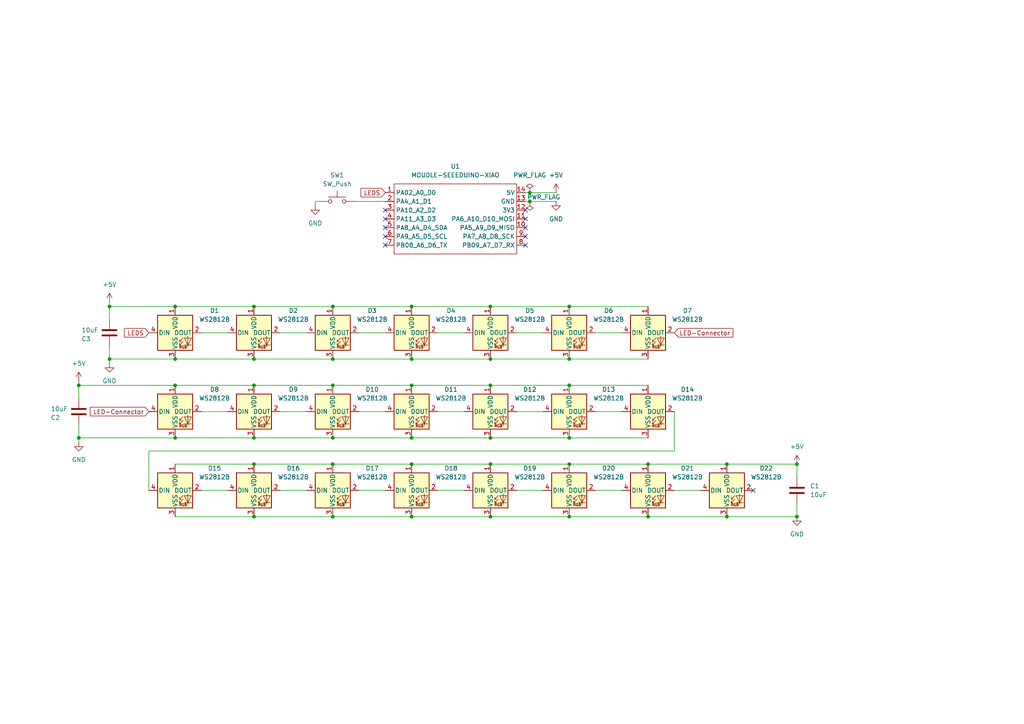
<source format=kicad_sch>
(kicad_sch
	(version 20250114)
	(generator "eeschema")
	(generator_version "9.0")
	(uuid "00a74d07-8f77-423f-b872-b92793c36235")
	(paper "A4")
	(title_block
		(title "Pixeldust")
	)
	(lib_symbols
		(symbol "Device:C"
			(pin_numbers
				(hide yes)
			)
			(pin_names
				(offset 0.254)
			)
			(exclude_from_sim no)
			(in_bom yes)
			(on_board yes)
			(property "Reference" "C"
				(at 0.635 2.54 0)
				(effects
					(font
						(size 1.27 1.27)
					)
					(justify left)
				)
			)
			(property "Value" "C"
				(at 0.635 -2.54 0)
				(effects
					(font
						(size 1.27 1.27)
					)
					(justify left)
				)
			)
			(property "Footprint" ""
				(at 0.9652 -3.81 0)
				(effects
					(font
						(size 1.27 1.27)
					)
					(hide yes)
				)
			)
			(property "Datasheet" "~"
				(at 0 0 0)
				(effects
					(font
						(size 1.27 1.27)
					)
					(hide yes)
				)
			)
			(property "Description" "Unpolarized capacitor"
				(at 0 0 0)
				(effects
					(font
						(size 1.27 1.27)
					)
					(hide yes)
				)
			)
			(property "ki_keywords" "cap capacitor"
				(at 0 0 0)
				(effects
					(font
						(size 1.27 1.27)
					)
					(hide yes)
				)
			)
			(property "ki_fp_filters" "C_*"
				(at 0 0 0)
				(effects
					(font
						(size 1.27 1.27)
					)
					(hide yes)
				)
			)
			(symbol "C_0_1"
				(polyline
					(pts
						(xy -2.032 0.762) (xy 2.032 0.762)
					)
					(stroke
						(width 0.508)
						(type default)
					)
					(fill
						(type none)
					)
				)
				(polyline
					(pts
						(xy -2.032 -0.762) (xy 2.032 -0.762)
					)
					(stroke
						(width 0.508)
						(type default)
					)
					(fill
						(type none)
					)
				)
			)
			(symbol "C_1_1"
				(pin passive line
					(at 0 3.81 270)
					(length 2.794)
					(name "~"
						(effects
							(font
								(size 1.27 1.27)
							)
						)
					)
					(number "1"
						(effects
							(font
								(size 1.27 1.27)
							)
						)
					)
				)
				(pin passive line
					(at 0 -3.81 90)
					(length 2.794)
					(name "~"
						(effects
							(font
								(size 1.27 1.27)
							)
						)
					)
					(number "2"
						(effects
							(font
								(size 1.27 1.27)
							)
						)
					)
				)
			)
			(embedded_fonts no)
		)
		(symbol "LED:WS2812B"
			(pin_names
				(offset 0.254)
			)
			(exclude_from_sim no)
			(in_bom yes)
			(on_board yes)
			(property "Reference" "D"
				(at 5.08 5.715 0)
				(effects
					(font
						(size 1.27 1.27)
					)
					(justify right bottom)
				)
			)
			(property "Value" "WS2812B"
				(at 1.27 -5.715 0)
				(effects
					(font
						(size 1.27 1.27)
					)
					(justify left top)
				)
			)
			(property "Footprint" "LED_SMD:LED_WS2812B_PLCC4_5.0x5.0mm_P3.2mm"
				(at 1.27 -7.62 0)
				(effects
					(font
						(size 1.27 1.27)
					)
					(justify left top)
					(hide yes)
				)
			)
			(property "Datasheet" "https://cdn-shop.adafruit.com/datasheets/WS2812B.pdf"
				(at 2.54 -9.525 0)
				(effects
					(font
						(size 1.27 1.27)
					)
					(justify left top)
					(hide yes)
				)
			)
			(property "Description" "RGB LED with integrated controller"
				(at 0 0 0)
				(effects
					(font
						(size 1.27 1.27)
					)
					(hide yes)
				)
			)
			(property "ki_keywords" "RGB LED NeoPixel addressable"
				(at 0 0 0)
				(effects
					(font
						(size 1.27 1.27)
					)
					(hide yes)
				)
			)
			(property "ki_fp_filters" "LED*WS2812*PLCC*5.0x5.0mm*P3.2mm*"
				(at 0 0 0)
				(effects
					(font
						(size 1.27 1.27)
					)
					(hide yes)
				)
			)
			(symbol "WS2812B_0_0"
				(text "RGB"
					(at 2.286 -4.191 0)
					(effects
						(font
							(size 0.762 0.762)
						)
					)
				)
			)
			(symbol "WS2812B_0_1"
				(polyline
					(pts
						(xy 1.27 -2.54) (xy 1.778 -2.54)
					)
					(stroke
						(width 0)
						(type default)
					)
					(fill
						(type none)
					)
				)
				(polyline
					(pts
						(xy 1.27 -3.556) (xy 1.778 -3.556)
					)
					(stroke
						(width 0)
						(type default)
					)
					(fill
						(type none)
					)
				)
				(polyline
					(pts
						(xy 2.286 -1.524) (xy 1.27 -2.54) (xy 1.27 -2.032)
					)
					(stroke
						(width 0)
						(type default)
					)
					(fill
						(type none)
					)
				)
				(polyline
					(pts
						(xy 2.286 -2.54) (xy 1.27 -3.556) (xy 1.27 -3.048)
					)
					(stroke
						(width 0)
						(type default)
					)
					(fill
						(type none)
					)
				)
				(polyline
					(pts
						(xy 3.683 -1.016) (xy 3.683 -3.556) (xy 3.683 -4.064)
					)
					(stroke
						(width 0)
						(type default)
					)
					(fill
						(type none)
					)
				)
				(polyline
					(pts
						(xy 4.699 -1.524) (xy 2.667 -1.524) (xy 3.683 -3.556) (xy 4.699 -1.524)
					)
					(stroke
						(width 0)
						(type default)
					)
					(fill
						(type none)
					)
				)
				(polyline
					(pts
						(xy 4.699 -3.556) (xy 2.667 -3.556)
					)
					(stroke
						(width 0)
						(type default)
					)
					(fill
						(type none)
					)
				)
				(rectangle
					(start 5.08 5.08)
					(end -5.08 -5.08)
					(stroke
						(width 0.254)
						(type default)
					)
					(fill
						(type background)
					)
				)
			)
			(symbol "WS2812B_1_1"
				(pin input line
					(at -7.62 0 0)
					(length 2.54)
					(name "DIN"
						(effects
							(font
								(size 1.27 1.27)
							)
						)
					)
					(number "4"
						(effects
							(font
								(size 1.27 1.27)
							)
						)
					)
				)
				(pin power_in line
					(at 0 7.62 270)
					(length 2.54)
					(name "VDD"
						(effects
							(font
								(size 1.27 1.27)
							)
						)
					)
					(number "1"
						(effects
							(font
								(size 1.27 1.27)
							)
						)
					)
				)
				(pin power_in line
					(at 0 -7.62 90)
					(length 2.54)
					(name "VSS"
						(effects
							(font
								(size 1.27 1.27)
							)
						)
					)
					(number "3"
						(effects
							(font
								(size 1.27 1.27)
							)
						)
					)
				)
				(pin output line
					(at 7.62 0 180)
					(length 2.54)
					(name "DOUT"
						(effects
							(font
								(size 1.27 1.27)
							)
						)
					)
					(number "2"
						(effects
							(font
								(size 1.27 1.27)
							)
						)
					)
				)
			)
			(embedded_fonts no)
		)
		(symbol "RP2040:MOUDLE-SEEEDUINO-XIAO"
			(exclude_from_sim no)
			(in_bom yes)
			(on_board yes)
			(property "Reference" "U"
				(at -16.51 11.43 0)
				(effects
					(font
						(size 1.27 1.27)
					)
				)
			)
			(property "Value" "MOUDLE-SEEEDUINO-XIAO"
				(at -3.81 -11.43 0)
				(effects
					(font
						(size 1.27 1.27)
					)
				)
			)
			(property "Footprint" ""
				(at -16.51 2.54 0)
				(effects
					(font
						(size 1.27 1.27)
					)
					(hide yes)
				)
			)
			(property "Datasheet" ""
				(at -16.51 2.54 0)
				(effects
					(font
						(size 1.27 1.27)
					)
					(hide yes)
				)
			)
			(property "Description" ""
				(at 0 0 0)
				(effects
					(font
						(size 1.27 1.27)
					)
					(hide yes)
				)
			)
			(symbol "MOUDLE-SEEEDUINO-XIAO_0_1"
				(rectangle
					(start -16.51 10.16)
					(end 19.05 -10.16)
					(stroke
						(width 0)
						(type default)
					)
					(fill
						(type none)
					)
				)
			)
			(symbol "MOUDLE-SEEEDUINO-XIAO_1_1"
				(pin passive line
					(at -19.05 7.62 0)
					(length 2.54)
					(name "PA02_A0_D0"
						(effects
							(font
								(size 1.27 1.27)
							)
						)
					)
					(number "1"
						(effects
							(font
								(size 1.27 1.27)
							)
						)
					)
				)
				(pin passive line
					(at -19.05 5.08 0)
					(length 2.54)
					(name "PA4_A1_D1"
						(effects
							(font
								(size 1.27 1.27)
							)
						)
					)
					(number "2"
						(effects
							(font
								(size 1.27 1.27)
							)
						)
					)
				)
				(pin passive line
					(at -19.05 2.54 0)
					(length 2.54)
					(name "PA10_A2_D2"
						(effects
							(font
								(size 1.27 1.27)
							)
						)
					)
					(number "3"
						(effects
							(font
								(size 1.27 1.27)
							)
						)
					)
				)
				(pin passive line
					(at -19.05 0 0)
					(length 2.54)
					(name "PA11_A3_D3"
						(effects
							(font
								(size 1.27 1.27)
							)
						)
					)
					(number "4"
						(effects
							(font
								(size 1.27 1.27)
							)
						)
					)
				)
				(pin passive line
					(at -19.05 -2.54 0)
					(length 2.54)
					(name "PA8_A4_D4_SDA"
						(effects
							(font
								(size 1.27 1.27)
							)
						)
					)
					(number "5"
						(effects
							(font
								(size 1.27 1.27)
							)
						)
					)
				)
				(pin passive line
					(at -19.05 -5.08 0)
					(length 2.54)
					(name "PA9_A5_D5_SCL"
						(effects
							(font
								(size 1.27 1.27)
							)
						)
					)
					(number "6"
						(effects
							(font
								(size 1.27 1.27)
							)
						)
					)
				)
				(pin passive line
					(at -19.05 -7.62 0)
					(length 2.54)
					(name "PB08_A6_D6_TX"
						(effects
							(font
								(size 1.27 1.27)
							)
						)
					)
					(number "7"
						(effects
							(font
								(size 1.27 1.27)
							)
						)
					)
				)
				(pin passive line
					(at 21.59 7.62 180)
					(length 2.54)
					(name "5V"
						(effects
							(font
								(size 1.27 1.27)
							)
						)
					)
					(number "14"
						(effects
							(font
								(size 1.27 1.27)
							)
						)
					)
				)
				(pin passive line
					(at 21.59 5.08 180)
					(length 2.54)
					(name "GND"
						(effects
							(font
								(size 1.27 1.27)
							)
						)
					)
					(number "13"
						(effects
							(font
								(size 1.27 1.27)
							)
						)
					)
				)
				(pin passive line
					(at 21.59 2.54 180)
					(length 2.54)
					(name "3V3"
						(effects
							(font
								(size 1.27 1.27)
							)
						)
					)
					(number "12"
						(effects
							(font
								(size 1.27 1.27)
							)
						)
					)
				)
				(pin passive line
					(at 21.59 0 180)
					(length 2.54)
					(name "PA6_A10_D10_MOSI"
						(effects
							(font
								(size 1.27 1.27)
							)
						)
					)
					(number "11"
						(effects
							(font
								(size 1.27 1.27)
							)
						)
					)
				)
				(pin passive line
					(at 21.59 -2.54 180)
					(length 2.54)
					(name "PA5_A9_D9_MISO"
						(effects
							(font
								(size 1.27 1.27)
							)
						)
					)
					(number "10"
						(effects
							(font
								(size 1.27 1.27)
							)
						)
					)
				)
				(pin passive line
					(at 21.59 -5.08 180)
					(length 2.54)
					(name "PA7_A8_D8_SCK"
						(effects
							(font
								(size 1.27 1.27)
							)
						)
					)
					(number "9"
						(effects
							(font
								(size 1.27 1.27)
							)
						)
					)
				)
				(pin passive line
					(at 21.59 -7.62 180)
					(length 2.54)
					(name "PB09_A7_D7_RX"
						(effects
							(font
								(size 1.27 1.27)
							)
						)
					)
					(number "8"
						(effects
							(font
								(size 1.27 1.27)
							)
						)
					)
				)
			)
			(embedded_fonts no)
		)
		(symbol "Switch:SW_Push"
			(pin_numbers
				(hide yes)
			)
			(pin_names
				(offset 1.016)
				(hide yes)
			)
			(exclude_from_sim no)
			(in_bom yes)
			(on_board yes)
			(property "Reference" "SW"
				(at 1.27 2.54 0)
				(effects
					(font
						(size 1.27 1.27)
					)
					(justify left)
				)
			)
			(property "Value" "SW_Push"
				(at 0 -1.524 0)
				(effects
					(font
						(size 1.27 1.27)
					)
				)
			)
			(property "Footprint" ""
				(at 0 5.08 0)
				(effects
					(font
						(size 1.27 1.27)
					)
					(hide yes)
				)
			)
			(property "Datasheet" "~"
				(at 0 5.08 0)
				(effects
					(font
						(size 1.27 1.27)
					)
					(hide yes)
				)
			)
			(property "Description" "Push button switch, generic, two pins"
				(at 0 0 0)
				(effects
					(font
						(size 1.27 1.27)
					)
					(hide yes)
				)
			)
			(property "ki_keywords" "switch normally-open pushbutton push-button"
				(at 0 0 0)
				(effects
					(font
						(size 1.27 1.27)
					)
					(hide yes)
				)
			)
			(symbol "SW_Push_0_1"
				(circle
					(center -2.032 0)
					(radius 0.508)
					(stroke
						(width 0)
						(type default)
					)
					(fill
						(type none)
					)
				)
				(polyline
					(pts
						(xy 0 1.27) (xy 0 3.048)
					)
					(stroke
						(width 0)
						(type default)
					)
					(fill
						(type none)
					)
				)
				(circle
					(center 2.032 0)
					(radius 0.508)
					(stroke
						(width 0)
						(type default)
					)
					(fill
						(type none)
					)
				)
				(polyline
					(pts
						(xy 2.54 1.27) (xy -2.54 1.27)
					)
					(stroke
						(width 0)
						(type default)
					)
					(fill
						(type none)
					)
				)
				(pin passive line
					(at -5.08 0 0)
					(length 2.54)
					(name "1"
						(effects
							(font
								(size 1.27 1.27)
							)
						)
					)
					(number "1"
						(effects
							(font
								(size 1.27 1.27)
							)
						)
					)
				)
				(pin passive line
					(at 5.08 0 180)
					(length 2.54)
					(name "2"
						(effects
							(font
								(size 1.27 1.27)
							)
						)
					)
					(number "2"
						(effects
							(font
								(size 1.27 1.27)
							)
						)
					)
				)
			)
			(embedded_fonts no)
		)
		(symbol "power:+5V"
			(power)
			(pin_numbers
				(hide yes)
			)
			(pin_names
				(offset 0)
				(hide yes)
			)
			(exclude_from_sim no)
			(in_bom yes)
			(on_board yes)
			(property "Reference" "#PWR"
				(at 0 -3.81 0)
				(effects
					(font
						(size 1.27 1.27)
					)
					(hide yes)
				)
			)
			(property "Value" "+5V"
				(at 0 3.556 0)
				(effects
					(font
						(size 1.27 1.27)
					)
				)
			)
			(property "Footprint" ""
				(at 0 0 0)
				(effects
					(font
						(size 1.27 1.27)
					)
					(hide yes)
				)
			)
			(property "Datasheet" ""
				(at 0 0 0)
				(effects
					(font
						(size 1.27 1.27)
					)
					(hide yes)
				)
			)
			(property "Description" "Power symbol creates a global label with name \"+5V\""
				(at 0 0 0)
				(effects
					(font
						(size 1.27 1.27)
					)
					(hide yes)
				)
			)
			(property "ki_keywords" "global power"
				(at 0 0 0)
				(effects
					(font
						(size 1.27 1.27)
					)
					(hide yes)
				)
			)
			(symbol "+5V_0_1"
				(polyline
					(pts
						(xy -0.762 1.27) (xy 0 2.54)
					)
					(stroke
						(width 0)
						(type default)
					)
					(fill
						(type none)
					)
				)
				(polyline
					(pts
						(xy 0 2.54) (xy 0.762 1.27)
					)
					(stroke
						(width 0)
						(type default)
					)
					(fill
						(type none)
					)
				)
				(polyline
					(pts
						(xy 0 0) (xy 0 2.54)
					)
					(stroke
						(width 0)
						(type default)
					)
					(fill
						(type none)
					)
				)
			)
			(symbol "+5V_1_1"
				(pin power_in line
					(at 0 0 90)
					(length 0)
					(name "~"
						(effects
							(font
								(size 1.27 1.27)
							)
						)
					)
					(number "1"
						(effects
							(font
								(size 1.27 1.27)
							)
						)
					)
				)
			)
			(embedded_fonts no)
		)
		(symbol "power:GND"
			(power)
			(pin_numbers
				(hide yes)
			)
			(pin_names
				(offset 0)
				(hide yes)
			)
			(exclude_from_sim no)
			(in_bom yes)
			(on_board yes)
			(property "Reference" "#PWR"
				(at 0 -6.35 0)
				(effects
					(font
						(size 1.27 1.27)
					)
					(hide yes)
				)
			)
			(property "Value" "GND"
				(at 0 -3.81 0)
				(effects
					(font
						(size 1.27 1.27)
					)
				)
			)
			(property "Footprint" ""
				(at 0 0 0)
				(effects
					(font
						(size 1.27 1.27)
					)
					(hide yes)
				)
			)
			(property "Datasheet" ""
				(at 0 0 0)
				(effects
					(font
						(size 1.27 1.27)
					)
					(hide yes)
				)
			)
			(property "Description" "Power symbol creates a global label with name \"GND\" , ground"
				(at 0 0 0)
				(effects
					(font
						(size 1.27 1.27)
					)
					(hide yes)
				)
			)
			(property "ki_keywords" "global power"
				(at 0 0 0)
				(effects
					(font
						(size 1.27 1.27)
					)
					(hide yes)
				)
			)
			(symbol "GND_0_1"
				(polyline
					(pts
						(xy 0 0) (xy 0 -1.27) (xy 1.27 -1.27) (xy 0 -2.54) (xy -1.27 -1.27) (xy 0 -1.27)
					)
					(stroke
						(width 0)
						(type default)
					)
					(fill
						(type none)
					)
				)
			)
			(symbol "GND_1_1"
				(pin power_in line
					(at 0 0 270)
					(length 0)
					(name "~"
						(effects
							(font
								(size 1.27 1.27)
							)
						)
					)
					(number "1"
						(effects
							(font
								(size 1.27 1.27)
							)
						)
					)
				)
			)
			(embedded_fonts no)
		)
		(symbol "power:PWR_FLAG"
			(power)
			(pin_numbers
				(hide yes)
			)
			(pin_names
				(offset 0)
				(hide yes)
			)
			(exclude_from_sim no)
			(in_bom yes)
			(on_board yes)
			(property "Reference" "#FLG"
				(at 0 1.905 0)
				(effects
					(font
						(size 1.27 1.27)
					)
					(hide yes)
				)
			)
			(property "Value" "PWR_FLAG"
				(at 0 3.81 0)
				(effects
					(font
						(size 1.27 1.27)
					)
				)
			)
			(property "Footprint" ""
				(at 0 0 0)
				(effects
					(font
						(size 1.27 1.27)
					)
					(hide yes)
				)
			)
			(property "Datasheet" "~"
				(at 0 0 0)
				(effects
					(font
						(size 1.27 1.27)
					)
					(hide yes)
				)
			)
			(property "Description" "Special symbol for telling ERC where power comes from"
				(at 0 0 0)
				(effects
					(font
						(size 1.27 1.27)
					)
					(hide yes)
				)
			)
			(property "ki_keywords" "flag power"
				(at 0 0 0)
				(effects
					(font
						(size 1.27 1.27)
					)
					(hide yes)
				)
			)
			(symbol "PWR_FLAG_0_0"
				(pin power_out line
					(at 0 0 90)
					(length 0)
					(name "~"
						(effects
							(font
								(size 1.27 1.27)
							)
						)
					)
					(number "1"
						(effects
							(font
								(size 1.27 1.27)
							)
						)
					)
				)
			)
			(symbol "PWR_FLAG_0_1"
				(polyline
					(pts
						(xy 0 0) (xy 0 1.27) (xy -1.016 1.905) (xy 0 2.54) (xy 1.016 1.905) (xy 0 1.27)
					)
					(stroke
						(width 0)
						(type default)
					)
					(fill
						(type none)
					)
				)
			)
			(embedded_fonts no)
		)
	)
	(junction
		(at 96.52 149.86)
		(diameter 0)
		(color 0 0 0 0)
		(uuid "07795eb1-2497-4cca-bc23-b58bddce9631")
	)
	(junction
		(at 50.8 111.76)
		(diameter 0)
		(color 0 0 0 0)
		(uuid "0cec83c0-e0f7-4301-9fc0-abaf7b63c169")
	)
	(junction
		(at 50.8 127)
		(diameter 0)
		(color 0 0 0 0)
		(uuid "0d8bfd04-681c-49c7-934c-d9d2111405cb")
	)
	(junction
		(at 73.66 149.86)
		(diameter 0)
		(color 0 0 0 0)
		(uuid "25a20ade-81ee-416c-a09f-e77cdc611cab")
	)
	(junction
		(at 50.8 88.9)
		(diameter 0)
		(color 0 0 0 0)
		(uuid "316257af-9e3f-471f-9f5b-4e1548f19784")
	)
	(junction
		(at 73.66 88.9)
		(diameter 0)
		(color 0 0 0 0)
		(uuid "37256668-03ae-48f0-8c57-d3d0ebc55352")
	)
	(junction
		(at 119.38 111.76)
		(diameter 0)
		(color 0 0 0 0)
		(uuid "463acd00-5ac4-496d-8205-90a1936a2d2e")
	)
	(junction
		(at 119.38 149.86)
		(diameter 0)
		(color 0 0 0 0)
		(uuid "4a1c4829-695a-4429-b4df-f15f800d47ba")
	)
	(junction
		(at 96.52 111.76)
		(diameter 0)
		(color 0 0 0 0)
		(uuid "4c9b2aef-6735-4a21-8ff7-93472226fb57")
	)
	(junction
		(at 142.24 111.76)
		(diameter 0)
		(color 0 0 0 0)
		(uuid "59ac3583-32c1-4213-8b7c-1adaacfc28c9")
	)
	(junction
		(at 96.52 127)
		(diameter 0)
		(color 0 0 0 0)
		(uuid "5eba754f-271b-40f6-b6b4-e4563f33aa4f")
	)
	(junction
		(at 165.1 88.9)
		(diameter 0)
		(color 0 0 0 0)
		(uuid "612adef4-8cad-4e4c-ab56-01fb618bf1d0")
	)
	(junction
		(at 142.24 134.62)
		(diameter 0)
		(color 0 0 0 0)
		(uuid "6750f791-066a-487b-9f13-f8dbea861c0e")
	)
	(junction
		(at 96.52 104.14)
		(diameter 0)
		(color 0 0 0 0)
		(uuid "71cd48d5-04b6-45d0-899c-1d72fcd7ffb3")
	)
	(junction
		(at 73.66 111.76)
		(diameter 0)
		(color 0 0 0 0)
		(uuid "777c6413-0c60-4cc6-844f-5fc366860428")
	)
	(junction
		(at 153.67 55.88)
		(diameter 0)
		(color 0 0 0 0)
		(uuid "7aa7572e-60d5-47f3-9084-1ba50a0c1ebb")
	)
	(junction
		(at 96.52 88.9)
		(diameter 0)
		(color 0 0 0 0)
		(uuid "7f742736-09c6-49f0-b379-248a6e242108")
	)
	(junction
		(at 50.8 104.14)
		(diameter 0)
		(color 0 0 0 0)
		(uuid "7fc2f74e-5faf-4127-b5a2-101db8100423")
	)
	(junction
		(at 210.82 149.86)
		(diameter 0)
		(color 0 0 0 0)
		(uuid "8113590e-45bb-4cf2-afc1-c5873d1a4e66")
	)
	(junction
		(at 142.24 88.9)
		(diameter 0)
		(color 0 0 0 0)
		(uuid "81efdc05-949b-4c4c-94b5-c74bae1a93cc")
	)
	(junction
		(at 22.86 111.76)
		(diameter 0)
		(color 0 0 0 0)
		(uuid "83dce96d-7ea2-4fe7-9dd3-521aa2170795")
	)
	(junction
		(at 142.24 149.86)
		(diameter 0)
		(color 0 0 0 0)
		(uuid "8afd73cb-db68-4d68-993e-ccd7271f4342")
	)
	(junction
		(at 96.52 134.62)
		(diameter 0)
		(color 0 0 0 0)
		(uuid "925a5763-0190-4ee1-9b5b-9fbfeb2c86b6")
	)
	(junction
		(at 31.75 104.14)
		(diameter 0)
		(color 0 0 0 0)
		(uuid "a1b87c5b-dedc-4f10-b16c-6be53e28a3ab")
	)
	(junction
		(at 165.1 104.14)
		(diameter 0)
		(color 0 0 0 0)
		(uuid "a78ff84c-880c-4692-908e-60707cb0012d")
	)
	(junction
		(at 73.66 127)
		(diameter 0)
		(color 0 0 0 0)
		(uuid "a92daf08-7bca-4e05-bc8f-0cc251d3913f")
	)
	(junction
		(at 165.1 127)
		(diameter 0)
		(color 0 0 0 0)
		(uuid "abbadef1-6cbd-4646-b333-63f3689fe26c")
	)
	(junction
		(at 142.24 127)
		(diameter 0)
		(color 0 0 0 0)
		(uuid "ae4338a4-15f1-4d57-8f0c-0071a0221ad9")
	)
	(junction
		(at 231.14 149.86)
		(diameter 0)
		(color 0 0 0 0)
		(uuid "af3cf4ad-705c-4ad4-bf14-738c37a483dc")
	)
	(junction
		(at 119.38 104.14)
		(diameter 0)
		(color 0 0 0 0)
		(uuid "af641b8b-74e2-4d1b-9136-5d9dc9e7dd34")
	)
	(junction
		(at 210.82 134.62)
		(diameter 0)
		(color 0 0 0 0)
		(uuid "b5742e9e-7de5-4d93-b568-8c9a5437407d")
	)
	(junction
		(at 31.75 88.9)
		(diameter 0)
		(color 0 0 0 0)
		(uuid "c39e48bb-7f4f-4a6a-84d4-a94343ced4ca")
	)
	(junction
		(at 119.38 127)
		(diameter 0)
		(color 0 0 0 0)
		(uuid "c572070b-d686-4995-afc3-c12144a327ae")
	)
	(junction
		(at 187.96 149.86)
		(diameter 0)
		(color 0 0 0 0)
		(uuid "ca344979-46e8-46aa-a2eb-cc73a10a0aa2")
	)
	(junction
		(at 165.1 111.76)
		(diameter 0)
		(color 0 0 0 0)
		(uuid "cd72fce5-3dbf-45f2-85b7-ecbda156c79f")
	)
	(junction
		(at 187.96 134.62)
		(diameter 0)
		(color 0 0 0 0)
		(uuid "cf4eb259-f394-405f-a5ee-767dea8442da")
	)
	(junction
		(at 73.66 104.14)
		(diameter 0)
		(color 0 0 0 0)
		(uuid "d16b9464-973b-46f9-9abc-333b1090a000")
	)
	(junction
		(at 73.66 134.62)
		(diameter 0)
		(color 0 0 0 0)
		(uuid "da2066da-7f76-46d2-a62a-43cfa1652218")
	)
	(junction
		(at 165.1 149.86)
		(diameter 0)
		(color 0 0 0 0)
		(uuid "dfade55f-4f93-4f0b-af22-bf538bb1af2c")
	)
	(junction
		(at 153.67 58.42)
		(diameter 0)
		(color 0 0 0 0)
		(uuid "e39ba9b4-4bea-48b0-bf9a-615d01a0584d")
	)
	(junction
		(at 22.86 127)
		(diameter 0)
		(color 0 0 0 0)
		(uuid "e72b516a-8c87-4dab-99e9-7ee2e3f5caea")
	)
	(junction
		(at 142.24 104.14)
		(diameter 0)
		(color 0 0 0 0)
		(uuid "ec51485d-60ce-4dae-8e81-bdb6b0522ef8")
	)
	(junction
		(at 231.14 134.62)
		(diameter 0)
		(color 0 0 0 0)
		(uuid "f1a60eec-bd99-4bae-aad4-a83ca651e7d5")
	)
	(junction
		(at 119.38 134.62)
		(diameter 0)
		(color 0 0 0 0)
		(uuid "f63067ba-3036-47c3-8ec9-1a9ae1472cc2")
	)
	(junction
		(at 119.38 88.9)
		(diameter 0)
		(color 0 0 0 0)
		(uuid "faa55069-c85f-42e8-9d15-d34bede88e97")
	)
	(junction
		(at 165.1 134.62)
		(diameter 0)
		(color 0 0 0 0)
		(uuid "fb3d3242-4515-445c-a306-f83c06a0b473")
	)
	(no_connect
		(at 218.44 142.24)
		(uuid "1cffce4c-da8d-4107-aba1-8d26c637de8e")
	)
	(no_connect
		(at 111.76 66.04)
		(uuid "28aa667d-7d11-4742-a2a4-216912b545f1")
	)
	(no_connect
		(at 152.4 71.12)
		(uuid "2ef54ca4-7474-460a-ad6d-77026daa3509")
	)
	(no_connect
		(at 111.76 63.5)
		(uuid "3331e0ce-1f4f-4ba7-a774-4c42a777dcc8")
	)
	(no_connect
		(at 111.76 71.12)
		(uuid "7569db24-1c16-4b50-8a71-06de7cfa94a1")
	)
	(no_connect
		(at 152.4 66.04)
		(uuid "9eac6696-09f8-44cf-833b-cdc5d7b68e37")
	)
	(no_connect
		(at 152.4 63.5)
		(uuid "ab9f68f4-a413-4b40-949e-84b1c396e038")
	)
	(no_connect
		(at 111.76 60.96)
		(uuid "e76cb7a3-8cc9-4c94-9079-1c4423b9eb54")
	)
	(no_connect
		(at 152.4 60.96)
		(uuid "e77df25b-ea09-4901-83f9-dee336e65ac8")
	)
	(no_connect
		(at 111.76 68.58)
		(uuid "edf4c4fd-338a-4c00-a20a-9835fe6e4198")
	)
	(no_connect
		(at 152.4 68.58)
		(uuid "ee0ee037-ebdf-4842-bfa1-3776d1def1b7")
	)
	(wire
		(pts
			(xy 104.14 96.52) (xy 111.76 96.52)
		)
		(stroke
			(width 0)
			(type default)
		)
		(uuid "07568dc5-8321-4862-a950-6d7c3ceb1ea6")
	)
	(wire
		(pts
			(xy 210.82 134.62) (xy 231.14 134.62)
		)
		(stroke
			(width 0)
			(type default)
		)
		(uuid "14c32588-acf3-4556-9791-026c5eeff5e2")
	)
	(wire
		(pts
			(xy 31.75 87.63) (xy 31.75 88.9)
		)
		(stroke
			(width 0)
			(type default)
		)
		(uuid "18ec2015-c46e-466f-a4b0-48cf9548edd9")
	)
	(wire
		(pts
			(xy 142.24 104.14) (xy 165.1 104.14)
		)
		(stroke
			(width 0)
			(type default)
		)
		(uuid "1accae9d-cee3-4714-abe3-bab0eb4c2160")
	)
	(wire
		(pts
			(xy 119.38 149.86) (xy 142.24 149.86)
		)
		(stroke
			(width 0)
			(type default)
		)
		(uuid "1ae4d14f-094a-4d0d-8479-d8fcabdeedc2")
	)
	(wire
		(pts
			(xy 58.42 96.52) (xy 66.04 96.52)
		)
		(stroke
			(width 0)
			(type default)
		)
		(uuid "1cafd55c-a61a-4b86-821d-698b7e29760f")
	)
	(wire
		(pts
			(xy 104.14 119.38) (xy 111.76 119.38)
		)
		(stroke
			(width 0)
			(type default)
		)
		(uuid "1e05638f-a099-4015-8e34-697fb81a9b28")
	)
	(wire
		(pts
			(xy 195.58 119.38) (xy 195.58 130.81)
		)
		(stroke
			(width 0)
			(type default)
		)
		(uuid "1e3e7824-a2b6-45b5-9a26-e300b82bb581")
	)
	(wire
		(pts
			(xy 127 96.52) (xy 134.62 96.52)
		)
		(stroke
			(width 0)
			(type default)
		)
		(uuid "250764ef-c0da-425f-b76f-8e1b96fbf017")
	)
	(wire
		(pts
			(xy 81.28 142.24) (xy 88.9 142.24)
		)
		(stroke
			(width 0)
			(type default)
		)
		(uuid "26d00020-ff98-45dc-9316-253c3a6e55ad")
	)
	(wire
		(pts
			(xy 119.38 134.62) (xy 142.24 134.62)
		)
		(stroke
			(width 0)
			(type default)
		)
		(uuid "27f5f5fe-97de-40d0-b90d-cebb74f617ec")
	)
	(wire
		(pts
			(xy 81.28 119.38) (xy 88.9 119.38)
		)
		(stroke
			(width 0)
			(type default)
		)
		(uuid "2af4008e-f0af-48aa-8741-e78965a2f054")
	)
	(wire
		(pts
			(xy 187.96 134.62) (xy 210.82 134.62)
		)
		(stroke
			(width 0)
			(type default)
		)
		(uuid "2b46463d-628f-4b29-9a46-35c273fc49fc")
	)
	(wire
		(pts
			(xy 172.72 96.52) (xy 180.34 96.52)
		)
		(stroke
			(width 0)
			(type default)
		)
		(uuid "32f46849-497e-4c10-908a-71a701a46e68")
	)
	(wire
		(pts
			(xy 81.28 96.52) (xy 88.9 96.52)
		)
		(stroke
			(width 0)
			(type default)
		)
		(uuid "340cf706-5e4c-4039-9e5a-b017353ead10")
	)
	(wire
		(pts
			(xy 165.1 149.86) (xy 187.96 149.86)
		)
		(stroke
			(width 0)
			(type default)
		)
		(uuid "35c9a8f3-be32-43c6-8c67-344faa02442b")
	)
	(wire
		(pts
			(xy 50.8 88.9) (xy 73.66 88.9)
		)
		(stroke
			(width 0)
			(type default)
		)
		(uuid "36fd8bf9-ec3d-4ae4-ac81-372db6734a32")
	)
	(wire
		(pts
			(xy 73.66 88.9) (xy 96.52 88.9)
		)
		(stroke
			(width 0)
			(type default)
		)
		(uuid "38d7e25d-9eb2-4e44-a9e9-9d1f849d24df")
	)
	(wire
		(pts
			(xy 165.1 134.62) (xy 187.96 134.62)
		)
		(stroke
			(width 0)
			(type default)
		)
		(uuid "45b3ff66-dbf6-455e-a963-073018b6b5c0")
	)
	(wire
		(pts
			(xy 50.8 149.86) (xy 73.66 149.86)
		)
		(stroke
			(width 0)
			(type default)
		)
		(uuid "47580778-0635-42eb-a347-0e086415379b")
	)
	(wire
		(pts
			(xy 119.38 88.9) (xy 142.24 88.9)
		)
		(stroke
			(width 0)
			(type default)
		)
		(uuid "48a68535-7570-4042-901f-ebf660203096")
	)
	(wire
		(pts
			(xy 96.52 88.9) (xy 119.38 88.9)
		)
		(stroke
			(width 0)
			(type default)
		)
		(uuid "4e78a561-d656-4bdb-b3b4-21a4922b6b90")
	)
	(wire
		(pts
			(xy 142.24 149.86) (xy 165.1 149.86)
		)
		(stroke
			(width 0)
			(type default)
		)
		(uuid "5d0020a4-08ea-48d1-95d6-63c0597ab037")
	)
	(wire
		(pts
			(xy 22.86 111.76) (xy 50.8 111.76)
		)
		(stroke
			(width 0)
			(type default)
		)
		(uuid "6131f1a4-c466-4123-8041-003e97bb2d27")
	)
	(wire
		(pts
			(xy 153.67 58.42) (xy 161.29 58.42)
		)
		(stroke
			(width 0)
			(type default)
		)
		(uuid "61a3096d-b9bf-4b93-b264-537fee847607")
	)
	(wire
		(pts
			(xy 172.72 142.24) (xy 180.34 142.24)
		)
		(stroke
			(width 0)
			(type default)
		)
		(uuid "645e9485-7f88-44de-9fc2-d68fe5e07c7d")
	)
	(wire
		(pts
			(xy 96.52 111.76) (xy 119.38 111.76)
		)
		(stroke
			(width 0)
			(type default)
		)
		(uuid "65a9baa8-2cd3-45df-ba61-7d234f705d50")
	)
	(wire
		(pts
			(xy 73.66 111.76) (xy 96.52 111.76)
		)
		(stroke
			(width 0)
			(type default)
		)
		(uuid "6650f758-d135-4475-b2d2-dff8580b80a1")
	)
	(wire
		(pts
			(xy 22.86 127) (xy 50.8 127)
		)
		(stroke
			(width 0)
			(type default)
		)
		(uuid "6cf5f6e9-a318-4efa-a2e9-a0c14dfbbec2")
	)
	(wire
		(pts
			(xy 195.58 142.24) (xy 203.2 142.24)
		)
		(stroke
			(width 0)
			(type default)
		)
		(uuid "73d1d9cd-d339-4eb0-8a9e-434ae506a8d2")
	)
	(wire
		(pts
			(xy 102.87 58.42) (xy 111.76 58.42)
		)
		(stroke
			(width 0)
			(type default)
		)
		(uuid "759461a3-11b4-4a73-a01f-0f3ea178d0c6")
	)
	(wire
		(pts
			(xy 43.18 130.81) (xy 43.18 142.24)
		)
		(stroke
			(width 0)
			(type default)
		)
		(uuid "75decafb-f7c9-4d9b-a0e2-e4809e04ac15")
	)
	(wire
		(pts
			(xy 91.44 58.42) (xy 91.44 59.69)
		)
		(stroke
			(width 0)
			(type default)
		)
		(uuid "826da186-f82d-4f89-b91d-3975fab328fe")
	)
	(wire
		(pts
			(xy 31.75 88.9) (xy 50.8 88.9)
		)
		(stroke
			(width 0)
			(type default)
		)
		(uuid "840b15ff-9af8-4600-bfdd-a1a1f9f5bddc")
	)
	(wire
		(pts
			(xy 153.67 55.88) (xy 161.29 55.88)
		)
		(stroke
			(width 0)
			(type default)
		)
		(uuid "8992747e-d96c-49f8-ad4b-6000402fe7e1")
	)
	(wire
		(pts
			(xy 149.86 119.38) (xy 157.48 119.38)
		)
		(stroke
			(width 0)
			(type default)
		)
		(uuid "8ba70351-ee19-47d8-9b56-5db1e834d92c")
	)
	(wire
		(pts
			(xy 195.58 130.81) (xy 43.18 130.81)
		)
		(stroke
			(width 0)
			(type default)
		)
		(uuid "8bba30bd-13e8-46dd-8310-208a0d49ae17")
	)
	(wire
		(pts
			(xy 231.14 146.05) (xy 231.14 149.86)
		)
		(stroke
			(width 0)
			(type default)
		)
		(uuid "8ca52d55-3b1d-4b0d-bf5c-5a1432fd6b34")
	)
	(wire
		(pts
			(xy 142.24 134.62) (xy 165.1 134.62)
		)
		(stroke
			(width 0)
			(type default)
		)
		(uuid "903009f9-b8fe-4936-84db-db24b1775ed8")
	)
	(wire
		(pts
			(xy 31.75 88.9) (xy 31.75 92.71)
		)
		(stroke
			(width 0)
			(type default)
		)
		(uuid "90c0ba05-079d-4d26-a522-e1760e87b7a7")
	)
	(wire
		(pts
			(xy 96.52 149.86) (xy 119.38 149.86)
		)
		(stroke
			(width 0)
			(type default)
		)
		(uuid "9139b79e-bd4b-4bf1-a387-e5b6bb559f23")
	)
	(wire
		(pts
			(xy 31.75 104.14) (xy 50.8 104.14)
		)
		(stroke
			(width 0)
			(type default)
		)
		(uuid "917c4bcc-e6fc-48be-a5be-9a8035c247ec")
	)
	(wire
		(pts
			(xy 104.14 142.24) (xy 111.76 142.24)
		)
		(stroke
			(width 0)
			(type default)
		)
		(uuid "96d97a1b-a0c1-4f2e-a1bc-a86d482c0fa5")
	)
	(wire
		(pts
			(xy 73.66 127) (xy 96.52 127)
		)
		(stroke
			(width 0)
			(type default)
		)
		(uuid "9e3998a1-1b36-423d-8e71-813c3ed9db98")
	)
	(wire
		(pts
			(xy 149.86 96.52) (xy 157.48 96.52)
		)
		(stroke
			(width 0)
			(type default)
		)
		(uuid "9efb4ca1-b15a-4d99-ae0e-0bc4371b6d95")
	)
	(wire
		(pts
			(xy 22.86 123.19) (xy 22.86 127)
		)
		(stroke
			(width 0)
			(type default)
		)
		(uuid "a6c5f3f8-de27-45ef-8fa9-0db0cfb6d96f")
	)
	(wire
		(pts
			(xy 73.66 104.14) (xy 96.52 104.14)
		)
		(stroke
			(width 0)
			(type default)
		)
		(uuid "a8600daa-bac9-4a3c-aeea-394408d197e9")
	)
	(wire
		(pts
			(xy 96.52 127) (xy 119.38 127)
		)
		(stroke
			(width 0)
			(type default)
		)
		(uuid "a97bfb35-abab-4b62-a968-d63f39db4435")
	)
	(wire
		(pts
			(xy 22.86 110.49) (xy 22.86 111.76)
		)
		(stroke
			(width 0)
			(type default)
		)
		(uuid "abef2295-c6d6-4a6c-8cd9-7cc7e0c182cd")
	)
	(wire
		(pts
			(xy 73.66 149.86) (xy 96.52 149.86)
		)
		(stroke
			(width 0)
			(type default)
		)
		(uuid "b1a127e6-069d-4ff9-8a15-7c9633b23861")
	)
	(wire
		(pts
			(xy 96.52 134.62) (xy 119.38 134.62)
		)
		(stroke
			(width 0)
			(type default)
		)
		(uuid "b416d21c-77cb-49ed-b4c9-48ffc3e8fd38")
	)
	(wire
		(pts
			(xy 22.86 128.27) (xy 22.86 127)
		)
		(stroke
			(width 0)
			(type default)
		)
		(uuid "baf80d76-086f-4b55-a7cc-367f015e1800")
	)
	(wire
		(pts
			(xy 165.1 88.9) (xy 187.96 88.9)
		)
		(stroke
			(width 0)
			(type default)
		)
		(uuid "bcb4b1a1-4a04-4147-add8-239e73f78cdd")
	)
	(wire
		(pts
			(xy 165.1 111.76) (xy 187.96 111.76)
		)
		(stroke
			(width 0)
			(type default)
		)
		(uuid "bcdbded8-16a4-4717-a3db-0ce02254886a")
	)
	(wire
		(pts
			(xy 50.8 111.76) (xy 73.66 111.76)
		)
		(stroke
			(width 0)
			(type default)
		)
		(uuid "c0a35318-4180-452b-bf24-b366123ed298")
	)
	(wire
		(pts
			(xy 31.75 105.41) (xy 31.75 104.14)
		)
		(stroke
			(width 0)
			(type default)
		)
		(uuid "c3be8f6d-176f-4618-9ea0-c65c22f5ba80")
	)
	(wire
		(pts
			(xy 127 142.24) (xy 134.62 142.24)
		)
		(stroke
			(width 0)
			(type default)
		)
		(uuid "c4a9b30c-c25e-4fec-87e2-1019fdc49048")
	)
	(wire
		(pts
			(xy 119.38 111.76) (xy 142.24 111.76)
		)
		(stroke
			(width 0)
			(type default)
		)
		(uuid "c4d2f6dc-19c6-41a8-b0c9-7969fd692ae1")
	)
	(wire
		(pts
			(xy 22.86 111.76) (xy 22.86 115.57)
		)
		(stroke
			(width 0)
			(type default)
		)
		(uuid "c676f8a0-3c7d-4203-a4ec-2356cf9c99c1")
	)
	(wire
		(pts
			(xy 58.42 142.24) (xy 66.04 142.24)
		)
		(stroke
			(width 0)
			(type default)
		)
		(uuid "c6a567c6-2fda-432e-8700-3f670ac14d8d")
	)
	(wire
		(pts
			(xy 149.86 142.24) (xy 157.48 142.24)
		)
		(stroke
			(width 0)
			(type default)
		)
		(uuid "cc6cec94-2a57-4668-9fdd-84c636790b2f")
	)
	(wire
		(pts
			(xy 142.24 88.9) (xy 165.1 88.9)
		)
		(stroke
			(width 0)
			(type default)
		)
		(uuid "d023e001-9cb8-4c68-9e14-4ae89347975a")
	)
	(wire
		(pts
			(xy 96.52 104.14) (xy 119.38 104.14)
		)
		(stroke
			(width 0)
			(type default)
		)
		(uuid "d027d1ac-efd7-4080-8607-c9e7246768c8")
	)
	(wire
		(pts
			(xy 92.71 58.42) (xy 91.44 58.42)
		)
		(stroke
			(width 0)
			(type default)
		)
		(uuid "d0db23b2-c4a0-4302-8b97-01e0b50690c2")
	)
	(wire
		(pts
			(xy 142.24 127) (xy 165.1 127)
		)
		(stroke
			(width 0)
			(type default)
		)
		(uuid "d3d16db2-d768-42c6-a56c-1024d0b712f2")
	)
	(wire
		(pts
			(xy 152.4 58.42) (xy 153.67 58.42)
		)
		(stroke
			(width 0)
			(type default)
		)
		(uuid "d52b1e10-3130-42f9-92e0-1498244314c2")
	)
	(wire
		(pts
			(xy 119.38 104.14) (xy 142.24 104.14)
		)
		(stroke
			(width 0)
			(type default)
		)
		(uuid "d702ed84-b7fb-4410-b66b-864fa76369cd")
	)
	(wire
		(pts
			(xy 142.24 111.76) (xy 165.1 111.76)
		)
		(stroke
			(width 0)
			(type default)
		)
		(uuid "dd97d43e-73ce-4052-97e3-8c851f4053fa")
	)
	(wire
		(pts
			(xy 119.38 127) (xy 142.24 127)
		)
		(stroke
			(width 0)
			(type default)
		)
		(uuid "e061a0cc-5ac6-43bb-9e36-929a7226928c")
	)
	(wire
		(pts
			(xy 58.42 119.38) (xy 66.04 119.38)
		)
		(stroke
			(width 0)
			(type default)
		)
		(uuid "e6c08290-922d-4f81-b4ca-9c255ff0588a")
	)
	(wire
		(pts
			(xy 50.8 134.62) (xy 73.66 134.62)
		)
		(stroke
			(width 0)
			(type default)
		)
		(uuid "e6de4177-a356-47ad-90c2-7f0b53937b4d")
	)
	(wire
		(pts
			(xy 50.8 127) (xy 73.66 127)
		)
		(stroke
			(width 0)
			(type default)
		)
		(uuid "ee538c69-6d39-44b9-b834-755cc69be1d8")
	)
	(wire
		(pts
			(xy 165.1 127) (xy 187.96 127)
		)
		(stroke
			(width 0)
			(type default)
		)
		(uuid "f012aabd-beec-4dbc-aa50-fe97983988de")
	)
	(wire
		(pts
			(xy 231.14 134.62) (xy 231.14 138.43)
		)
		(stroke
			(width 0)
			(type default)
		)
		(uuid "f0ef96c1-2398-4e9f-9c29-207d6cb3371d")
	)
	(wire
		(pts
			(xy 152.4 55.88) (xy 153.67 55.88)
		)
		(stroke
			(width 0)
			(type default)
		)
		(uuid "f13a2ee2-a33b-4e1a-89a0-941c834da4e7")
	)
	(wire
		(pts
			(xy 187.96 149.86) (xy 210.82 149.86)
		)
		(stroke
			(width 0)
			(type default)
		)
		(uuid "f19115d9-97b8-4910-8fdc-5746a410dc7f")
	)
	(wire
		(pts
			(xy 172.72 119.38) (xy 180.34 119.38)
		)
		(stroke
			(width 0)
			(type default)
		)
		(uuid "f1ed6f33-5013-420f-8825-f267f2aca49a")
	)
	(wire
		(pts
			(xy 127 119.38) (xy 134.62 119.38)
		)
		(stroke
			(width 0)
			(type default)
		)
		(uuid "f23309f9-dd2d-457a-b53e-aa96797d868d")
	)
	(wire
		(pts
			(xy 31.75 100.33) (xy 31.75 104.14)
		)
		(stroke
			(width 0)
			(type default)
		)
		(uuid "f45dc175-e557-4fa5-96e9-4f53e2740157")
	)
	(wire
		(pts
			(xy 73.66 134.62) (xy 96.52 134.62)
		)
		(stroke
			(width 0)
			(type default)
		)
		(uuid "f6daab88-e168-442f-95c1-67978a0a3c9f")
	)
	(wire
		(pts
			(xy 50.8 104.14) (xy 73.66 104.14)
		)
		(stroke
			(width 0)
			(type default)
		)
		(uuid "fad8e666-f905-40c5-a57b-18e057b10f25")
	)
	(wire
		(pts
			(xy 210.82 149.86) (xy 231.14 149.86)
		)
		(stroke
			(width 0)
			(type default)
		)
		(uuid "fb47636c-f2c3-4403-b2fe-5498a3c9ee40")
	)
	(wire
		(pts
			(xy 165.1 104.14) (xy 187.96 104.14)
		)
		(stroke
			(width 0)
			(type default)
		)
		(uuid "ff57dbbe-87c8-4964-82b7-abc091ffcd8b")
	)
	(global_label "LEDS"
		(shape input)
		(at 43.18 96.52 180)
		(fields_autoplaced yes)
		(effects
			(font
				(size 1.27 1.27)
			)
			(justify right)
		)
		(uuid "4192a9c8-480d-427e-a061-1a30809a9300")
		(property "Intersheetrefs" "${INTERSHEET_REFS}"
			(at 35.5382 96.52 0)
			(effects
				(font
					(size 1.27 1.27)
				)
				(justify right)
				(hide yes)
			)
		)
	)
	(global_label "LED-Connector"
		(shape input)
		(at 43.18 119.38 180)
		(fields_autoplaced yes)
		(effects
			(font
				(size 1.27 1.27)
			)
			(justify right)
		)
		(uuid "60655b19-f930-476f-96d2-84c5c51ac1af")
		(property "Intersheetrefs" "${INTERSHEET_REFS}"
			(at 25.6202 119.38 0)
			(effects
				(font
					(size 1.27 1.27)
				)
				(justify right)
				(hide yes)
			)
		)
	)
	(global_label "LEDS"
		(shape input)
		(at 111.76 55.88 180)
		(fields_autoplaced yes)
		(effects
			(font
				(size 1.27 1.27)
			)
			(justify right)
		)
		(uuid "c16f2b54-0c2c-436e-b860-1f224cb9a09d")
		(property "Intersheetrefs" "${INTERSHEET_REFS}"
			(at 104.1182 55.88 0)
			(effects
				(font
					(size 1.27 1.27)
				)
				(justify right)
				(hide yes)
			)
		)
	)
	(global_label "LED-Connector"
		(shape input)
		(at 195.58 96.52 0)
		(fields_autoplaced yes)
		(effects
			(font
				(size 1.27 1.27)
			)
			(justify left)
		)
		(uuid "f4389044-c5a5-467e-affe-87ac3e70d8ac")
		(property "Intersheetrefs" "${INTERSHEET_REFS}"
			(at 213.1398 96.52 0)
			(effects
				(font
					(size 1.27 1.27)
				)
				(justify left)
				(hide yes)
			)
		)
	)
	(symbol
		(lib_id "LED:WS2812B")
		(at 50.8 119.38 0)
		(unit 1)
		(exclude_from_sim no)
		(in_bom yes)
		(on_board yes)
		(dnp no)
		(fields_autoplaced yes)
		(uuid "04498c5d-e969-4554-91d1-cec1a6ca742e")
		(property "Reference" "D8"
			(at 62.23 112.9598 0)
			(effects
				(font
					(size 1.27 1.27)
				)
			)
		)
		(property "Value" "WS2812B"
			(at 62.23 115.4998 0)
			(effects
				(font
					(size 1.27 1.27)
				)
			)
		)
		(property "Footprint" "LED_SMD:LED_WS2812B_PLCC4_5.0x5.0mm_P3.2mm"
			(at 52.07 127 0)
			(effects
				(font
					(size 1.27 1.27)
				)
				(justify left top)
				(hide yes)
			)
		)
		(property "Datasheet" "https://cdn-shop.adafruit.com/datasheets/WS2812B.pdf"
			(at 53.34 128.905 0)
			(effects
				(font
					(size 1.27 1.27)
				)
				(justify left top)
				(hide yes)
			)
		)
		(property "Description" "RGB LED with integrated controller"
			(at 50.8 119.38 0)
			(effects
				(font
					(size 1.27 1.27)
				)
				(hide yes)
			)
		)
		(pin "1"
			(uuid "5317982e-98aa-4d98-9f96-ce81a48fe1d5")
		)
		(pin "2"
			(uuid "7958964d-19e6-4aaf-87c5-54d4a2237d30")
		)
		(pin "3"
			(uuid "8b43fb87-6dd0-4ea1-98c4-68bc501b7f37")
		)
		(pin "4"
			(uuid "9960f28f-fc2f-4021-975a-74fe978abb4a")
		)
		(instances
			(project "pixeldust"
				(path "/00a74d07-8f77-423f-b872-b92793c36235"
					(reference "D8")
					(unit 1)
				)
			)
		)
	)
	(symbol
		(lib_id "power:GND")
		(at 231.14 149.86 0)
		(unit 1)
		(exclude_from_sim no)
		(in_bom yes)
		(on_board yes)
		(dnp no)
		(fields_autoplaced yes)
		(uuid "05b57809-de56-4ac9-81e2-401e2116ffdd")
		(property "Reference" "#PWR03"
			(at 231.14 156.21 0)
			(effects
				(font
					(size 1.27 1.27)
				)
				(hide yes)
			)
		)
		(property "Value" "GND"
			(at 231.14 154.94 0)
			(effects
				(font
					(size 1.27 1.27)
				)
			)
		)
		(property "Footprint" ""
			(at 231.14 149.86 0)
			(effects
				(font
					(size 1.27 1.27)
				)
				(hide yes)
			)
		)
		(property "Datasheet" ""
			(at 231.14 149.86 0)
			(effects
				(font
					(size 1.27 1.27)
				)
				(hide yes)
			)
		)
		(property "Description" "Power symbol creates a global label with name \"GND\" , ground"
			(at 231.14 149.86 0)
			(effects
				(font
					(size 1.27 1.27)
				)
				(hide yes)
			)
		)
		(pin "1"
			(uuid "877dfacf-34e0-460a-9f98-43e07d8f6c29")
		)
		(instances
			(project ""
				(path "/00a74d07-8f77-423f-b872-b92793c36235"
					(reference "#PWR03")
					(unit 1)
				)
			)
		)
	)
	(symbol
		(lib_id "LED:WS2812B")
		(at 73.66 96.52 0)
		(unit 1)
		(exclude_from_sim no)
		(in_bom yes)
		(on_board yes)
		(dnp no)
		(fields_autoplaced yes)
		(uuid "0a95de03-ff79-48ac-95d6-4ac761463c17")
		(property "Reference" "D2"
			(at 85.09 90.0998 0)
			(effects
				(font
					(size 1.27 1.27)
				)
			)
		)
		(property "Value" "WS2812B"
			(at 85.09 92.6398 0)
			(effects
				(font
					(size 1.27 1.27)
				)
			)
		)
		(property "Footprint" "LED_SMD:LED_WS2812B_PLCC4_5.0x5.0mm_P3.2mm"
			(at 74.93 104.14 0)
			(effects
				(font
					(size 1.27 1.27)
				)
				(justify left top)
				(hide yes)
			)
		)
		(property "Datasheet" "https://cdn-shop.adafruit.com/datasheets/WS2812B.pdf"
			(at 76.2 106.045 0)
			(effects
				(font
					(size 1.27 1.27)
				)
				(justify left top)
				(hide yes)
			)
		)
		(property "Description" "RGB LED with integrated controller"
			(at 73.66 96.52 0)
			(effects
				(font
					(size 1.27 1.27)
				)
				(hide yes)
			)
		)
		(pin "1"
			(uuid "7e89b1dc-6625-4602-a00e-a8961c568212")
		)
		(pin "2"
			(uuid "e50009ea-2217-4148-b712-9302f189a73e")
		)
		(pin "3"
			(uuid "9bd646f1-d7f3-4ac0-bc54-b6b76a30883e")
		)
		(pin "4"
			(uuid "dc84959d-4800-4541-ace6-14eeebe69318")
		)
		(instances
			(project "pixeldust"
				(path "/00a74d07-8f77-423f-b872-b92793c36235"
					(reference "D2")
					(unit 1)
				)
			)
		)
	)
	(symbol
		(lib_id "RP2040:MOUDLE-SEEEDUINO-XIAO")
		(at 130.81 63.5 0)
		(unit 1)
		(exclude_from_sim no)
		(in_bom yes)
		(on_board yes)
		(dnp no)
		(fields_autoplaced yes)
		(uuid "11ed9cfe-3b6c-43b6-b3ab-4b0370d7fce6")
		(property "Reference" "U1"
			(at 132.08 48.26 0)
			(effects
				(font
					(size 1.27 1.27)
				)
			)
		)
		(property "Value" "MOUDLE-SEEEDUINO-XIAO"
			(at 132.08 50.8 0)
			(effects
				(font
					(size 1.27 1.27)
				)
			)
		)
		(property "Footprint" "RP2040:XIAO-Generic-Hybrid-14P-2.54-21X17.8MM"
			(at 114.3 60.96 0)
			(effects
				(font
					(size 1.27 1.27)
				)
				(hide yes)
			)
		)
		(property "Datasheet" ""
			(at 114.3 60.96 0)
			(effects
				(font
					(size 1.27 1.27)
				)
				(hide yes)
			)
		)
		(property "Description" ""
			(at 130.81 63.5 0)
			(effects
				(font
					(size 1.27 1.27)
				)
				(hide yes)
			)
		)
		(pin "10"
			(uuid "1983308c-dd60-4e74-bc4c-09dd08fb2aee")
		)
		(pin "9"
			(uuid "e84afff8-aff4-497a-a177-b6a8148430fb")
		)
		(pin "8"
			(uuid "2565d907-2997-4623-b5b8-6d3b81822c8d")
		)
		(pin "12"
			(uuid "26c1a0aa-660f-42e3-b352-ecced9447fd4")
		)
		(pin "11"
			(uuid "103181c0-0758-4746-83c7-0826e86025ac")
		)
		(pin "13"
			(uuid "277b6b2c-f15f-42eb-bc60-b617016e2aca")
		)
		(pin "7"
			(uuid "18cdc9cc-0086-49e3-971c-eef88bee17de")
		)
		(pin "6"
			(uuid "73f2101a-eba7-420e-bcef-45ece96ff772")
		)
		(pin "5"
			(uuid "cbf1627b-dcf3-4684-8648-dad1b930c6c2")
		)
		(pin "4"
			(uuid "0435ec4a-a459-4b91-855d-b83f626817c9")
		)
		(pin "3"
			(uuid "448e730a-0dcb-494b-812d-7c7378fa8c23")
		)
		(pin "2"
			(uuid "93d31024-9385-4936-9b78-c84197ade2e0")
		)
		(pin "1"
			(uuid "d0d1a7c2-31fa-40a4-b4c5-aa01d18759b1")
		)
		(pin "14"
			(uuid "bfbd12b9-9e14-4e15-9bc1-aa2e19f37a05")
		)
		(instances
			(project ""
				(path "/00a74d07-8f77-423f-b872-b92793c36235"
					(reference "U1")
					(unit 1)
				)
			)
		)
	)
	(symbol
		(lib_id "power:+5V")
		(at 231.14 134.62 0)
		(unit 1)
		(exclude_from_sim no)
		(in_bom yes)
		(on_board yes)
		(dnp no)
		(fields_autoplaced yes)
		(uuid "1318726f-ffe4-4661-a3f1-26c042ee5e44")
		(property "Reference" "#PWR04"
			(at 231.14 138.43 0)
			(effects
				(font
					(size 1.27 1.27)
				)
				(hide yes)
			)
		)
		(property "Value" "+5V"
			(at 231.14 129.54 0)
			(effects
				(font
					(size 1.27 1.27)
				)
			)
		)
		(property "Footprint" ""
			(at 231.14 134.62 0)
			(effects
				(font
					(size 1.27 1.27)
				)
				(hide yes)
			)
		)
		(property "Datasheet" ""
			(at 231.14 134.62 0)
			(effects
				(font
					(size 1.27 1.27)
				)
				(hide yes)
			)
		)
		(property "Description" "Power symbol creates a global label with name \"+5V\""
			(at 231.14 134.62 0)
			(effects
				(font
					(size 1.27 1.27)
				)
				(hide yes)
			)
		)
		(pin "1"
			(uuid "4f74819f-dc77-41bd-a8bb-f90bf9c1357c")
		)
		(instances
			(project ""
				(path "/00a74d07-8f77-423f-b872-b92793c36235"
					(reference "#PWR04")
					(unit 1)
				)
			)
		)
	)
	(symbol
		(lib_id "LED:WS2812B")
		(at 119.38 96.52 0)
		(unit 1)
		(exclude_from_sim no)
		(in_bom yes)
		(on_board yes)
		(dnp no)
		(fields_autoplaced yes)
		(uuid "1582de7c-57fe-4c18-87d1-b7b0e5129ecd")
		(property "Reference" "D4"
			(at 130.81 90.0998 0)
			(effects
				(font
					(size 1.27 1.27)
				)
			)
		)
		(property "Value" "WS2812B"
			(at 130.81 92.6398 0)
			(effects
				(font
					(size 1.27 1.27)
				)
			)
		)
		(property "Footprint" "LED_SMD:LED_WS2812B_PLCC4_5.0x5.0mm_P3.2mm"
			(at 120.65 104.14 0)
			(effects
				(font
					(size 1.27 1.27)
				)
				(justify left top)
				(hide yes)
			)
		)
		(property "Datasheet" "https://cdn-shop.adafruit.com/datasheets/WS2812B.pdf"
			(at 121.92 106.045 0)
			(effects
				(font
					(size 1.27 1.27)
				)
				(justify left top)
				(hide yes)
			)
		)
		(property "Description" "RGB LED with integrated controller"
			(at 119.38 96.52 0)
			(effects
				(font
					(size 1.27 1.27)
				)
				(hide yes)
			)
		)
		(pin "1"
			(uuid "d917f6c7-e861-4027-b326-f702a716c601")
		)
		(pin "2"
			(uuid "229d9e99-9ab4-4730-b397-73f4e6082495")
		)
		(pin "3"
			(uuid "053216ac-d91b-4d06-aad8-4c95ba07aec8")
		)
		(pin "4"
			(uuid "c1305e30-4d60-4776-b6c0-15c75add63f7")
		)
		(instances
			(project "pixeldust"
				(path "/00a74d07-8f77-423f-b872-b92793c36235"
					(reference "D4")
					(unit 1)
				)
			)
		)
	)
	(symbol
		(lib_id "LED:WS2812B")
		(at 50.8 142.24 0)
		(unit 1)
		(exclude_from_sim no)
		(in_bom yes)
		(on_board yes)
		(dnp no)
		(fields_autoplaced yes)
		(uuid "1962150b-4335-4c13-82ea-df2478b9476c")
		(property "Reference" "D15"
			(at 62.23 135.8198 0)
			(effects
				(font
					(size 1.27 1.27)
				)
			)
		)
		(property "Value" "WS2812B"
			(at 62.23 138.3598 0)
			(effects
				(font
					(size 1.27 1.27)
				)
			)
		)
		(property "Footprint" "LED_SMD:LED_WS2812B_PLCC4_5.0x5.0mm_P3.2mm"
			(at 52.07 149.86 0)
			(effects
				(font
					(size 1.27 1.27)
				)
				(justify left top)
				(hide yes)
			)
		)
		(property "Datasheet" "https://cdn-shop.adafruit.com/datasheets/WS2812B.pdf"
			(at 53.34 151.765 0)
			(effects
				(font
					(size 1.27 1.27)
				)
				(justify left top)
				(hide yes)
			)
		)
		(property "Description" "RGB LED with integrated controller"
			(at 50.8 142.24 0)
			(effects
				(font
					(size 1.27 1.27)
				)
				(hide yes)
			)
		)
		(pin "1"
			(uuid "e9175fed-1475-46e9-a175-a776be163876")
		)
		(pin "2"
			(uuid "503ebdfd-b6d9-4cc9-a05f-5f9752d321e1")
		)
		(pin "3"
			(uuid "27685ede-6e4e-4873-a2c7-f7fae71f7e4f")
		)
		(pin "4"
			(uuid "d838f7e3-d4f5-45df-bf35-047dd1d54838")
		)
		(instances
			(project "pixeldust"
				(path "/00a74d07-8f77-423f-b872-b92793c36235"
					(reference "D15")
					(unit 1)
				)
			)
		)
	)
	(symbol
		(lib_id "LED:WS2812B")
		(at 142.24 96.52 0)
		(unit 1)
		(exclude_from_sim no)
		(in_bom yes)
		(on_board yes)
		(dnp no)
		(fields_autoplaced yes)
		(uuid "1cbcf77e-e592-40ca-9aef-706768e7bd0e")
		(property "Reference" "D5"
			(at 153.67 90.0998 0)
			(effects
				(font
					(size 1.27 1.27)
				)
			)
		)
		(property "Value" "WS2812B"
			(at 153.67 92.6398 0)
			(effects
				(font
					(size 1.27 1.27)
				)
			)
		)
		(property "Footprint" "LED_SMD:LED_WS2812B_PLCC4_5.0x5.0mm_P3.2mm"
			(at 143.51 104.14 0)
			(effects
				(font
					(size 1.27 1.27)
				)
				(justify left top)
				(hide yes)
			)
		)
		(property "Datasheet" "https://cdn-shop.adafruit.com/datasheets/WS2812B.pdf"
			(at 144.78 106.045 0)
			(effects
				(font
					(size 1.27 1.27)
				)
				(justify left top)
				(hide yes)
			)
		)
		(property "Description" "RGB LED with integrated controller"
			(at 142.24 96.52 0)
			(effects
				(font
					(size 1.27 1.27)
				)
				(hide yes)
			)
		)
		(pin "1"
			(uuid "38a39fdb-2f6f-471d-9bc2-eabed953b102")
		)
		(pin "2"
			(uuid "0efae587-5e18-4b70-95b7-062ca14cc7f2")
		)
		(pin "3"
			(uuid "a22faaae-2ee0-4ef8-ad52-172b5a1ff6cb")
		)
		(pin "4"
			(uuid "758b39d4-76b5-44d2-8085-91e54d7346eb")
		)
		(instances
			(project "pixeldust"
				(path "/00a74d07-8f77-423f-b872-b92793c36235"
					(reference "D5")
					(unit 1)
				)
			)
		)
	)
	(symbol
		(lib_id "LED:WS2812B")
		(at 187.96 96.52 0)
		(unit 1)
		(exclude_from_sim no)
		(in_bom yes)
		(on_board yes)
		(dnp no)
		(fields_autoplaced yes)
		(uuid "216d3618-bc04-4917-8750-4306eb7339de")
		(property "Reference" "D7"
			(at 199.39 90.0998 0)
			(effects
				(font
					(size 1.27 1.27)
				)
			)
		)
		(property "Value" "WS2812B"
			(at 199.39 92.6398 0)
			(effects
				(font
					(size 1.27 1.27)
				)
			)
		)
		(property "Footprint" "LED_SMD:LED_WS2812B_PLCC4_5.0x5.0mm_P3.2mm"
			(at 189.23 104.14 0)
			(effects
				(font
					(size 1.27 1.27)
				)
				(justify left top)
				(hide yes)
			)
		)
		(property "Datasheet" "https://cdn-shop.adafruit.com/datasheets/WS2812B.pdf"
			(at 190.5 106.045 0)
			(effects
				(font
					(size 1.27 1.27)
				)
				(justify left top)
				(hide yes)
			)
		)
		(property "Description" "RGB LED with integrated controller"
			(at 187.96 96.52 0)
			(effects
				(font
					(size 1.27 1.27)
				)
				(hide yes)
			)
		)
		(pin "1"
			(uuid "bd324785-49c6-4e68-8cbb-b84bbfbd3d69")
		)
		(pin "2"
			(uuid "5e3c69c5-2f09-49b5-8471-e2f658123a8a")
		)
		(pin "3"
			(uuid "6baf9695-d940-4afe-87a1-dc5ca97c505c")
		)
		(pin "4"
			(uuid "aa66f424-2a08-4443-8862-169e6005e673")
		)
		(instances
			(project "pixeldust"
				(path "/00a74d07-8f77-423f-b872-b92793c36235"
					(reference "D7")
					(unit 1)
				)
			)
		)
	)
	(symbol
		(lib_id "power:GND")
		(at 31.75 105.41 0)
		(unit 1)
		(exclude_from_sim no)
		(in_bom yes)
		(on_board yes)
		(dnp no)
		(fields_autoplaced yes)
		(uuid "2cb09c09-a07b-4a00-85d4-05460ebe12ed")
		(property "Reference" "#PWR05"
			(at 31.75 111.76 0)
			(effects
				(font
					(size 1.27 1.27)
				)
				(hide yes)
			)
		)
		(property "Value" "GND"
			(at 31.75 110.49 0)
			(effects
				(font
					(size 1.27 1.27)
				)
			)
		)
		(property "Footprint" ""
			(at 31.75 105.41 0)
			(effects
				(font
					(size 1.27 1.27)
				)
				(hide yes)
			)
		)
		(property "Datasheet" ""
			(at 31.75 105.41 0)
			(effects
				(font
					(size 1.27 1.27)
				)
				(hide yes)
			)
		)
		(property "Description" "Power symbol creates a global label with name \"GND\" , ground"
			(at 31.75 105.41 0)
			(effects
				(font
					(size 1.27 1.27)
				)
				(hide yes)
			)
		)
		(pin "1"
			(uuid "ea78abcd-ff85-487a-bc83-5d0055e35db6")
		)
		(instances
			(project ""
				(path "/00a74d07-8f77-423f-b872-b92793c36235"
					(reference "#PWR05")
					(unit 1)
				)
			)
		)
	)
	(symbol
		(lib_id "power:PWR_FLAG")
		(at 153.67 55.88 0)
		(unit 1)
		(exclude_from_sim no)
		(in_bom yes)
		(on_board yes)
		(dnp no)
		(fields_autoplaced yes)
		(uuid "31a7cf41-320d-40ab-869d-793801f19e76")
		(property "Reference" "#FLG01"
			(at 153.67 53.975 0)
			(effects
				(font
					(size 1.27 1.27)
				)
				(hide yes)
			)
		)
		(property "Value" "PWR_FLAG"
			(at 153.67 50.8 0)
			(effects
				(font
					(size 1.27 1.27)
				)
			)
		)
		(property "Footprint" ""
			(at 153.67 55.88 0)
			(effects
				(font
					(size 1.27 1.27)
				)
				(hide yes)
			)
		)
		(property "Datasheet" "~"
			(at 153.67 55.88 0)
			(effects
				(font
					(size 1.27 1.27)
				)
				(hide yes)
			)
		)
		(property "Description" "Special symbol for telling ERC where power comes from"
			(at 153.67 55.88 0)
			(effects
				(font
					(size 1.27 1.27)
				)
				(hide yes)
			)
		)
		(pin "1"
			(uuid "39e1d808-4272-44c9-b1a1-743670326b25")
		)
		(instances
			(project ""
				(path "/00a74d07-8f77-423f-b872-b92793c36235"
					(reference "#FLG01")
					(unit 1)
				)
			)
		)
	)
	(symbol
		(lib_id "LED:WS2812B")
		(at 142.24 142.24 0)
		(unit 1)
		(exclude_from_sim no)
		(in_bom yes)
		(on_board yes)
		(dnp no)
		(fields_autoplaced yes)
		(uuid "348fe881-6a49-4593-89e1-7c05a7c9c4eb")
		(property "Reference" "D19"
			(at 153.67 135.8198 0)
			(effects
				(font
					(size 1.27 1.27)
				)
			)
		)
		(property "Value" "WS2812B"
			(at 153.67 138.3598 0)
			(effects
				(font
					(size 1.27 1.27)
				)
			)
		)
		(property "Footprint" "LED_SMD:LED_WS2812B_PLCC4_5.0x5.0mm_P3.2mm"
			(at 143.51 149.86 0)
			(effects
				(font
					(size 1.27 1.27)
				)
				(justify left top)
				(hide yes)
			)
		)
		(property "Datasheet" "https://cdn-shop.adafruit.com/datasheets/WS2812B.pdf"
			(at 144.78 151.765 0)
			(effects
				(font
					(size 1.27 1.27)
				)
				(justify left top)
				(hide yes)
			)
		)
		(property "Description" "RGB LED with integrated controller"
			(at 142.24 142.24 0)
			(effects
				(font
					(size 1.27 1.27)
				)
				(hide yes)
			)
		)
		(pin "1"
			(uuid "fad7d251-765e-433c-932e-7cef4b169f4a")
		)
		(pin "2"
			(uuid "1db9d757-e381-4000-84a0-7eeb2faa6915")
		)
		(pin "3"
			(uuid "50cd1e8c-c7a0-4776-9d23-a130c8589b02")
		)
		(pin "4"
			(uuid "e0ac8cc8-3793-4b51-b220-e1f93c62d7bd")
		)
		(instances
			(project "pixeldust"
				(path "/00a74d07-8f77-423f-b872-b92793c36235"
					(reference "D19")
					(unit 1)
				)
			)
		)
	)
	(symbol
		(lib_id "power:PWR_FLAG")
		(at 153.67 58.42 180)
		(unit 1)
		(exclude_from_sim no)
		(in_bom yes)
		(on_board yes)
		(dnp no)
		(uuid "38e32012-1f8a-405e-9f9b-ffc8f123fb71")
		(property "Reference" "#FLG02"
			(at 153.67 60.325 0)
			(effects
				(font
					(size 1.27 1.27)
				)
				(hide yes)
			)
		)
		(property "Value" "PWR_FLAG"
			(at 157.734 57.15 0)
			(effects
				(font
					(size 1.27 1.27)
				)
			)
		)
		(property "Footprint" ""
			(at 153.67 58.42 0)
			(effects
				(font
					(size 1.27 1.27)
				)
				(hide yes)
			)
		)
		(property "Datasheet" "~"
			(at 153.67 58.42 0)
			(effects
				(font
					(size 1.27 1.27)
				)
				(hide yes)
			)
		)
		(property "Description" "Special symbol for telling ERC where power comes from"
			(at 153.67 58.42 0)
			(effects
				(font
					(size 1.27 1.27)
				)
				(hide yes)
			)
		)
		(pin "1"
			(uuid "2eea78ab-8914-4f8d-9492-a6ed8f9b08fe")
		)
		(instances
			(project "pixeldust"
				(path "/00a74d07-8f77-423f-b872-b92793c36235"
					(reference "#FLG02")
					(unit 1)
				)
			)
		)
	)
	(symbol
		(lib_id "LED:WS2812B")
		(at 210.82 142.24 0)
		(unit 1)
		(exclude_from_sim no)
		(in_bom yes)
		(on_board yes)
		(dnp no)
		(uuid "3f84163c-bbf2-43dd-ba94-58eb47aa01a2")
		(property "Reference" "D22"
			(at 222.25 135.8198 0)
			(effects
				(font
					(size 1.27 1.27)
				)
			)
		)
		(property "Value" "WS2812B"
			(at 222.25 138.3598 0)
			(effects
				(font
					(size 1.27 1.27)
				)
			)
		)
		(property "Footprint" "LED_SMD:LED_WS2812B_PLCC4_5.0x5.0mm_P3.2mm"
			(at 212.09 149.86 0)
			(effects
				(font
					(size 1.27 1.27)
				)
				(justify left top)
				(hide yes)
			)
		)
		(property "Datasheet" "https://cdn-shop.adafruit.com/datasheets/WS2812B.pdf"
			(at 213.36 151.765 0)
			(effects
				(font
					(size 1.27 1.27)
				)
				(justify left top)
				(hide yes)
			)
		)
		(property "Description" "RGB LED with integrated controller"
			(at 210.82 142.24 0)
			(effects
				(font
					(size 1.27 1.27)
				)
				(hide yes)
			)
		)
		(pin "1"
			(uuid "f676af54-3cc8-4530-aba1-857d5c5cad6a")
		)
		(pin "2"
			(uuid "6c29a3a2-9af4-42c6-af03-9cfd18b02539")
		)
		(pin "3"
			(uuid "b93b2291-e496-4bf6-85e7-e6d82ee35c05")
		)
		(pin "4"
			(uuid "a93eb69e-88e4-4b8a-bad3-aa41a5d20045")
		)
		(instances
			(project "pixeldust"
				(path "/00a74d07-8f77-423f-b872-b92793c36235"
					(reference "D22")
					(unit 1)
				)
			)
		)
	)
	(symbol
		(lib_id "power:+5V")
		(at 22.86 110.49 0)
		(unit 1)
		(exclude_from_sim no)
		(in_bom yes)
		(on_board yes)
		(dnp no)
		(fields_autoplaced yes)
		(uuid "40f431ac-179c-4ef2-8932-d5322c456817")
		(property "Reference" "#PWR08"
			(at 22.86 114.3 0)
			(effects
				(font
					(size 1.27 1.27)
				)
				(hide yes)
			)
		)
		(property "Value" "+5V"
			(at 22.86 105.41 0)
			(effects
				(font
					(size 1.27 1.27)
				)
			)
		)
		(property "Footprint" ""
			(at 22.86 110.49 0)
			(effects
				(font
					(size 1.27 1.27)
				)
				(hide yes)
			)
		)
		(property "Datasheet" ""
			(at 22.86 110.49 0)
			(effects
				(font
					(size 1.27 1.27)
				)
				(hide yes)
			)
		)
		(property "Description" "Power symbol creates a global label with name \"+5V\""
			(at 22.86 110.49 0)
			(effects
				(font
					(size 1.27 1.27)
				)
				(hide yes)
			)
		)
		(pin "1"
			(uuid "dd3cfa17-2533-4246-8a34-e838cef36e9b")
		)
		(instances
			(project ""
				(path "/00a74d07-8f77-423f-b872-b92793c36235"
					(reference "#PWR08")
					(unit 1)
				)
			)
		)
	)
	(symbol
		(lib_id "LED:WS2812B")
		(at 119.38 119.38 0)
		(unit 1)
		(exclude_from_sim no)
		(in_bom yes)
		(on_board yes)
		(dnp no)
		(fields_autoplaced yes)
		(uuid "45c4d4d6-429a-4de7-bf39-90ae2f71ccac")
		(property "Reference" "D11"
			(at 130.81 112.9598 0)
			(effects
				(font
					(size 1.27 1.27)
				)
			)
		)
		(property "Value" "WS2812B"
			(at 130.81 115.4998 0)
			(effects
				(font
					(size 1.27 1.27)
				)
			)
		)
		(property "Footprint" "LED_SMD:LED_WS2812B_PLCC4_5.0x5.0mm_P3.2mm"
			(at 120.65 127 0)
			(effects
				(font
					(size 1.27 1.27)
				)
				(justify left top)
				(hide yes)
			)
		)
		(property "Datasheet" "https://cdn-shop.adafruit.com/datasheets/WS2812B.pdf"
			(at 121.92 128.905 0)
			(effects
				(font
					(size 1.27 1.27)
				)
				(justify left top)
				(hide yes)
			)
		)
		(property "Description" "RGB LED with integrated controller"
			(at 119.38 119.38 0)
			(effects
				(font
					(size 1.27 1.27)
				)
				(hide yes)
			)
		)
		(pin "1"
			(uuid "96377c17-ac6d-4f4b-8717-70b153da670a")
		)
		(pin "2"
			(uuid "a60d6091-3436-436c-898b-4ecefd4240b2")
		)
		(pin "3"
			(uuid "7b727ab7-e195-4dce-b2e4-7de4d9e0375a")
		)
		(pin "4"
			(uuid "7d09264f-7998-4c23-acab-80c3423fbaca")
		)
		(instances
			(project "pixeldust"
				(path "/00a74d07-8f77-423f-b872-b92793c36235"
					(reference "D11")
					(unit 1)
				)
			)
		)
	)
	(symbol
		(lib_id "power:GND")
		(at 161.29 58.42 0)
		(unit 1)
		(exclude_from_sim no)
		(in_bom yes)
		(on_board yes)
		(dnp no)
		(fields_autoplaced yes)
		(uuid "4aa65eec-00b1-428c-a242-eda91da9044b")
		(property "Reference" "#PWR02"
			(at 161.29 64.77 0)
			(effects
				(font
					(size 1.27 1.27)
				)
				(hide yes)
			)
		)
		(property "Value" "GND"
			(at 161.29 63.5 0)
			(effects
				(font
					(size 1.27 1.27)
				)
			)
		)
		(property "Footprint" ""
			(at 161.29 58.42 0)
			(effects
				(font
					(size 1.27 1.27)
				)
				(hide yes)
			)
		)
		(property "Datasheet" ""
			(at 161.29 58.42 0)
			(effects
				(font
					(size 1.27 1.27)
				)
				(hide yes)
			)
		)
		(property "Description" "Power symbol creates a global label with name \"GND\" , ground"
			(at 161.29 58.42 0)
			(effects
				(font
					(size 1.27 1.27)
				)
				(hide yes)
			)
		)
		(pin "1"
			(uuid "ae0cdfa1-385e-493c-841b-595fff8f90c3")
		)
		(instances
			(project ""
				(path "/00a74d07-8f77-423f-b872-b92793c36235"
					(reference "#PWR02")
					(unit 1)
				)
			)
		)
	)
	(symbol
		(lib_id "LED:WS2812B")
		(at 96.52 96.52 0)
		(unit 1)
		(exclude_from_sim no)
		(in_bom yes)
		(on_board yes)
		(dnp no)
		(fields_autoplaced yes)
		(uuid "4c5c8e01-4521-4947-96b5-ccdabef2a265")
		(property "Reference" "D3"
			(at 107.95 90.0998 0)
			(effects
				(font
					(size 1.27 1.27)
				)
			)
		)
		(property "Value" "WS2812B"
			(at 107.95 92.6398 0)
			(effects
				(font
					(size 1.27 1.27)
				)
			)
		)
		(property "Footprint" "LED_SMD:LED_WS2812B_PLCC4_5.0x5.0mm_P3.2mm"
			(at 97.79 104.14 0)
			(effects
				(font
					(size 1.27 1.27)
				)
				(justify left top)
				(hide yes)
			)
		)
		(property "Datasheet" "https://cdn-shop.adafruit.com/datasheets/WS2812B.pdf"
			(at 99.06 106.045 0)
			(effects
				(font
					(size 1.27 1.27)
				)
				(justify left top)
				(hide yes)
			)
		)
		(property "Description" "RGB LED with integrated controller"
			(at 96.52 96.52 0)
			(effects
				(font
					(size 1.27 1.27)
				)
				(hide yes)
			)
		)
		(pin "1"
			(uuid "de9789ae-81fa-4679-be1c-f45d31e5eb3c")
		)
		(pin "2"
			(uuid "7db8d8b0-3376-4137-8af0-87e2ed60ea0d")
		)
		(pin "3"
			(uuid "b3a8d0bf-5d90-49c5-b629-579c97096a69")
		)
		(pin "4"
			(uuid "07e1497b-a151-4a56-9148-a9c5dfbfd221")
		)
		(instances
			(project "pixeldust"
				(path "/00a74d07-8f77-423f-b872-b92793c36235"
					(reference "D3")
					(unit 1)
				)
			)
		)
	)
	(symbol
		(lib_id "Device:C")
		(at 22.86 119.38 180)
		(unit 1)
		(exclude_from_sim no)
		(in_bom yes)
		(on_board yes)
		(dnp no)
		(uuid "4cb9dce9-55dc-45a6-aa28-d7af78bc1e36")
		(property "Reference" "C2"
			(at 14.732 121.158 0)
			(effects
				(font
					(size 1.27 1.27)
				)
				(justify right)
			)
		)
		(property "Value" "10uF"
			(at 14.732 118.618 0)
			(effects
				(font
					(size 1.27 1.27)
				)
				(justify right)
			)
		)
		(property "Footprint" "Capacitor_SMD:C_0805_2012Metric_Pad1.18x1.45mm_HandSolder"
			(at 21.8948 115.57 0)
			(effects
				(font
					(size 1.27 1.27)
				)
				(hide yes)
			)
		)
		(property "Datasheet" "~"
			(at 22.86 119.38 0)
			(effects
				(font
					(size 1.27 1.27)
				)
				(hide yes)
			)
		)
		(property "Description" "Unpolarized capacitor"
			(at 22.86 119.38 0)
			(effects
				(font
					(size 1.27 1.27)
				)
				(hide yes)
			)
		)
		(pin "2"
			(uuid "afa3b090-351a-4365-ab6f-8401466182a4")
		)
		(pin "1"
			(uuid "5a1a44de-6c40-4dba-93d1-cf23570f63ae")
		)
		(instances
			(project "pixeldust"
				(path "/00a74d07-8f77-423f-b872-b92793c36235"
					(reference "C2")
					(unit 1)
				)
			)
		)
	)
	(symbol
		(lib_id "power:+5V")
		(at 161.29 55.88 0)
		(unit 1)
		(exclude_from_sim no)
		(in_bom yes)
		(on_board yes)
		(dnp no)
		(fields_autoplaced yes)
		(uuid "5480d7cc-99be-4ae5-a35c-fd3917a8e57a")
		(property "Reference" "#PWR01"
			(at 161.29 59.69 0)
			(effects
				(font
					(size 1.27 1.27)
				)
				(hide yes)
			)
		)
		(property "Value" "+5V"
			(at 161.29 50.8 0)
			(effects
				(font
					(size 1.27 1.27)
				)
			)
		)
		(property "Footprint" ""
			(at 161.29 55.88 0)
			(effects
				(font
					(size 1.27 1.27)
				)
				(hide yes)
			)
		)
		(property "Datasheet" ""
			(at 161.29 55.88 0)
			(effects
				(font
					(size 1.27 1.27)
				)
				(hide yes)
			)
		)
		(property "Description" "Power symbol creates a global label with name \"+5V\""
			(at 161.29 55.88 0)
			(effects
				(font
					(size 1.27 1.27)
				)
				(hide yes)
			)
		)
		(pin "1"
			(uuid "6815eb58-3eb6-4285-9108-d9c4c478d544")
		)
		(instances
			(project ""
				(path "/00a74d07-8f77-423f-b872-b92793c36235"
					(reference "#PWR01")
					(unit 1)
				)
			)
		)
	)
	(symbol
		(lib_id "LED:WS2812B")
		(at 165.1 119.38 0)
		(unit 1)
		(exclude_from_sim no)
		(in_bom yes)
		(on_board yes)
		(dnp no)
		(fields_autoplaced yes)
		(uuid "6f799bb7-79d9-4683-a723-8aa02afefb70")
		(property "Reference" "D13"
			(at 176.53 112.9598 0)
			(effects
				(font
					(size 1.27 1.27)
				)
			)
		)
		(property "Value" "WS2812B"
			(at 176.53 115.4998 0)
			(effects
				(font
					(size 1.27 1.27)
				)
			)
		)
		(property "Footprint" "LED_SMD:LED_WS2812B_PLCC4_5.0x5.0mm_P3.2mm"
			(at 166.37 127 0)
			(effects
				(font
					(size 1.27 1.27)
				)
				(justify left top)
				(hide yes)
			)
		)
		(property "Datasheet" "https://cdn-shop.adafruit.com/datasheets/WS2812B.pdf"
			(at 167.64 128.905 0)
			(effects
				(font
					(size 1.27 1.27)
				)
				(justify left top)
				(hide yes)
			)
		)
		(property "Description" "RGB LED with integrated controller"
			(at 165.1 119.38 0)
			(effects
				(font
					(size 1.27 1.27)
				)
				(hide yes)
			)
		)
		(pin "1"
			(uuid "abc2062c-83ab-4556-b749-304251098ea8")
		)
		(pin "2"
			(uuid "c5cd605f-acba-4f36-87af-1e12445457a4")
		)
		(pin "3"
			(uuid "2f10c441-e376-4dd6-955f-1965da5764ea")
		)
		(pin "4"
			(uuid "b6e8ab5e-76f5-4eb4-8974-766e88e8c1c8")
		)
		(instances
			(project "pixeldust"
				(path "/00a74d07-8f77-423f-b872-b92793c36235"
					(reference "D13")
					(unit 1)
				)
			)
		)
	)
	(symbol
		(lib_id "power:+5V")
		(at 31.75 87.63 0)
		(unit 1)
		(exclude_from_sim no)
		(in_bom yes)
		(on_board yes)
		(dnp no)
		(fields_autoplaced yes)
		(uuid "799424b6-9552-4590-b49e-068a6912c4a6")
		(property "Reference" "#PWR06"
			(at 31.75 91.44 0)
			(effects
				(font
					(size 1.27 1.27)
				)
				(hide yes)
			)
		)
		(property "Value" "+5V"
			(at 31.75 82.55 0)
			(effects
				(font
					(size 1.27 1.27)
				)
			)
		)
		(property "Footprint" ""
			(at 31.75 87.63 0)
			(effects
				(font
					(size 1.27 1.27)
				)
				(hide yes)
			)
		)
		(property "Datasheet" ""
			(at 31.75 87.63 0)
			(effects
				(font
					(size 1.27 1.27)
				)
				(hide yes)
			)
		)
		(property "Description" "Power symbol creates a global label with name \"+5V\""
			(at 31.75 87.63 0)
			(effects
				(font
					(size 1.27 1.27)
				)
				(hide yes)
			)
		)
		(pin "1"
			(uuid "03a05a33-141e-4b56-a51d-bf37a8a356d1")
		)
		(instances
			(project ""
				(path "/00a74d07-8f77-423f-b872-b92793c36235"
					(reference "#PWR06")
					(unit 1)
				)
			)
		)
	)
	(symbol
		(lib_id "LED:WS2812B")
		(at 119.38 142.24 0)
		(unit 1)
		(exclude_from_sim no)
		(in_bom yes)
		(on_board yes)
		(dnp no)
		(fields_autoplaced yes)
		(uuid "80e66613-4913-4c0c-927b-44ec3449fa60")
		(property "Reference" "D18"
			(at 130.81 135.8198 0)
			(effects
				(font
					(size 1.27 1.27)
				)
			)
		)
		(property "Value" "WS2812B"
			(at 130.81 138.3598 0)
			(effects
				(font
					(size 1.27 1.27)
				)
			)
		)
		(property "Footprint" "LED_SMD:LED_WS2812B_PLCC4_5.0x5.0mm_P3.2mm"
			(at 120.65 149.86 0)
			(effects
				(font
					(size 1.27 1.27)
				)
				(justify left top)
				(hide yes)
			)
		)
		(property "Datasheet" "https://cdn-shop.adafruit.com/datasheets/WS2812B.pdf"
			(at 121.92 151.765 0)
			(effects
				(font
					(size 1.27 1.27)
				)
				(justify left top)
				(hide yes)
			)
		)
		(property "Description" "RGB LED with integrated controller"
			(at 119.38 142.24 0)
			(effects
				(font
					(size 1.27 1.27)
				)
				(hide yes)
			)
		)
		(pin "1"
			(uuid "b22e8f9b-6c9b-4574-a37c-3cf7135f1fb8")
		)
		(pin "2"
			(uuid "8f57a078-40dd-4cb1-9c89-02ec1b67c458")
		)
		(pin "3"
			(uuid "fac610a4-6e84-4406-8665-3fd8ea522986")
		)
		(pin "4"
			(uuid "05f75f80-3ffe-44b4-8880-84c10be2fb8e")
		)
		(instances
			(project "pixeldust"
				(path "/00a74d07-8f77-423f-b872-b92793c36235"
					(reference "D18")
					(unit 1)
				)
			)
		)
	)
	(symbol
		(lib_id "LED:WS2812B")
		(at 96.52 142.24 0)
		(unit 1)
		(exclude_from_sim no)
		(in_bom yes)
		(on_board yes)
		(dnp no)
		(fields_autoplaced yes)
		(uuid "811e10a0-b427-4f0a-9c6e-2a5920c5e201")
		(property "Reference" "D17"
			(at 107.95 135.8198 0)
			(effects
				(font
					(size 1.27 1.27)
				)
			)
		)
		(property "Value" "WS2812B"
			(at 107.95 138.3598 0)
			(effects
				(font
					(size 1.27 1.27)
				)
			)
		)
		(property "Footprint" "LED_SMD:LED_WS2812B_PLCC4_5.0x5.0mm_P3.2mm"
			(at 97.79 149.86 0)
			(effects
				(font
					(size 1.27 1.27)
				)
				(justify left top)
				(hide yes)
			)
		)
		(property "Datasheet" "https://cdn-shop.adafruit.com/datasheets/WS2812B.pdf"
			(at 99.06 151.765 0)
			(effects
				(font
					(size 1.27 1.27)
				)
				(justify left top)
				(hide yes)
			)
		)
		(property "Description" "RGB LED with integrated controller"
			(at 96.52 142.24 0)
			(effects
				(font
					(size 1.27 1.27)
				)
				(hide yes)
			)
		)
		(pin "1"
			(uuid "54001946-a0d1-4fc0-8cf6-f381646deda8")
		)
		(pin "2"
			(uuid "27acf748-b50a-4c91-924a-dd735099cdee")
		)
		(pin "3"
			(uuid "63a6e09a-b32b-4305-b578-ccdd1f4ca83f")
		)
		(pin "4"
			(uuid "127c461b-f8c7-4ddb-ade0-f953d49b4447")
		)
		(instances
			(project "pixeldust"
				(path "/00a74d07-8f77-423f-b872-b92793c36235"
					(reference "D17")
					(unit 1)
				)
			)
		)
	)
	(symbol
		(lib_id "power:GND")
		(at 91.44 59.69 0)
		(unit 1)
		(exclude_from_sim no)
		(in_bom yes)
		(on_board yes)
		(dnp no)
		(fields_autoplaced yes)
		(uuid "8fb0da2c-55b6-4b0c-8ec5-cd86cc9c69bc")
		(property "Reference" "#PWR09"
			(at 91.44 66.04 0)
			(effects
				(font
					(size 1.27 1.27)
				)
				(hide yes)
			)
		)
		(property "Value" "GND"
			(at 91.44 64.77 0)
			(effects
				(font
					(size 1.27 1.27)
				)
			)
		)
		(property "Footprint" ""
			(at 91.44 59.69 0)
			(effects
				(font
					(size 1.27 1.27)
				)
				(hide yes)
			)
		)
		(property "Datasheet" ""
			(at 91.44 59.69 0)
			(effects
				(font
					(size 1.27 1.27)
				)
				(hide yes)
			)
		)
		(property "Description" "Power symbol creates a global label with name \"GND\" , ground"
			(at 91.44 59.69 0)
			(effects
				(font
					(size 1.27 1.27)
				)
				(hide yes)
			)
		)
		(pin "1"
			(uuid "23c6d0e9-0e4a-43fb-907b-303183ec3f28")
		)
		(instances
			(project ""
				(path "/00a74d07-8f77-423f-b872-b92793c36235"
					(reference "#PWR09")
					(unit 1)
				)
			)
		)
	)
	(symbol
		(lib_id "LED:WS2812B")
		(at 142.24 119.38 0)
		(unit 1)
		(exclude_from_sim no)
		(in_bom yes)
		(on_board yes)
		(dnp no)
		(fields_autoplaced yes)
		(uuid "93277114-b487-41a7-86de-210cd1920c0f")
		(property "Reference" "D12"
			(at 153.67 112.9598 0)
			(effects
				(font
					(size 1.27 1.27)
				)
			)
		)
		(property "Value" "WS2812B"
			(at 153.67 115.4998 0)
			(effects
				(font
					(size 1.27 1.27)
				)
			)
		)
		(property "Footprint" "LED_SMD:LED_WS2812B_PLCC4_5.0x5.0mm_P3.2mm"
			(at 143.51 127 0)
			(effects
				(font
					(size 1.27 1.27)
				)
				(justify left top)
				(hide yes)
			)
		)
		(property "Datasheet" "https://cdn-shop.adafruit.com/datasheets/WS2812B.pdf"
			(at 144.78 128.905 0)
			(effects
				(font
					(size 1.27 1.27)
				)
				(justify left top)
				(hide yes)
			)
		)
		(property "Description" "RGB LED with integrated controller"
			(at 142.24 119.38 0)
			(effects
				(font
					(size 1.27 1.27)
				)
				(hide yes)
			)
		)
		(pin "1"
			(uuid "f21b87b8-4969-4d49-9862-adabd76d283b")
		)
		(pin "2"
			(uuid "c7ad2ffe-a617-4fc9-8916-fb6d5c45bc46")
		)
		(pin "3"
			(uuid "a5b14cf5-750f-4d2f-b74e-5fbf1647b35a")
		)
		(pin "4"
			(uuid "212b01c4-67bd-40bf-b217-7696fc20c11c")
		)
		(instances
			(project "pixeldust"
				(path "/00a74d07-8f77-423f-b872-b92793c36235"
					(reference "D12")
					(unit 1)
				)
			)
		)
	)
	(symbol
		(lib_id "LED:WS2812B")
		(at 165.1 96.52 0)
		(unit 1)
		(exclude_from_sim no)
		(in_bom yes)
		(on_board yes)
		(dnp no)
		(fields_autoplaced yes)
		(uuid "9b1877ad-5e30-4fc5-9089-5ec985727cab")
		(property "Reference" "D6"
			(at 176.53 90.0998 0)
			(effects
				(font
					(size 1.27 1.27)
				)
			)
		)
		(property "Value" "WS2812B"
			(at 176.53 92.6398 0)
			(effects
				(font
					(size 1.27 1.27)
				)
			)
		)
		(property "Footprint" "LED_SMD:LED_WS2812B_PLCC4_5.0x5.0mm_P3.2mm"
			(at 166.37 104.14 0)
			(effects
				(font
					(size 1.27 1.27)
				)
				(justify left top)
				(hide yes)
			)
		)
		(property "Datasheet" "https://cdn-shop.adafruit.com/datasheets/WS2812B.pdf"
			(at 167.64 106.045 0)
			(effects
				(font
					(size 1.27 1.27)
				)
				(justify left top)
				(hide yes)
			)
		)
		(property "Description" "RGB LED with integrated controller"
			(at 165.1 96.52 0)
			(effects
				(font
					(size 1.27 1.27)
				)
				(hide yes)
			)
		)
		(pin "1"
			(uuid "eddc4f3e-0e13-4948-82d5-e0623b7671c7")
		)
		(pin "2"
			(uuid "b9a85d40-9643-42b3-94d9-47fef45deea5")
		)
		(pin "3"
			(uuid "dc320b52-e4b3-4313-a4a2-804695a57e17")
		)
		(pin "4"
			(uuid "66fcd591-a1c3-4088-8590-0ec67bb70221")
		)
		(instances
			(project "pixeldust"
				(path "/00a74d07-8f77-423f-b872-b92793c36235"
					(reference "D6")
					(unit 1)
				)
			)
		)
	)
	(symbol
		(lib_id "LED:WS2812B")
		(at 187.96 142.24 0)
		(unit 1)
		(exclude_from_sim no)
		(in_bom yes)
		(on_board yes)
		(dnp no)
		(fields_autoplaced yes)
		(uuid "a7363a69-0333-41dd-b377-56e3fd396390")
		(property "Reference" "D21"
			(at 199.39 135.8198 0)
			(effects
				(font
					(size 1.27 1.27)
				)
			)
		)
		(property "Value" "WS2812B"
			(at 199.39 138.3598 0)
			(effects
				(font
					(size 1.27 1.27)
				)
			)
		)
		(property "Footprint" "LED_SMD:LED_WS2812B_PLCC4_5.0x5.0mm_P3.2mm"
			(at 189.23 149.86 0)
			(effects
				(font
					(size 1.27 1.27)
				)
				(justify left top)
				(hide yes)
			)
		)
		(property "Datasheet" "https://cdn-shop.adafruit.com/datasheets/WS2812B.pdf"
			(at 190.5 151.765 0)
			(effects
				(font
					(size 1.27 1.27)
				)
				(justify left top)
				(hide yes)
			)
		)
		(property "Description" "RGB LED with integrated controller"
			(at 187.96 142.24 0)
			(effects
				(font
					(size 1.27 1.27)
				)
				(hide yes)
			)
		)
		(pin "1"
			(uuid "5b7a38e2-8479-462d-80a3-b3f3f2aec7df")
		)
		(pin "2"
			(uuid "3d5f1b2a-fedc-4762-a025-c2d79abb703c")
		)
		(pin "3"
			(uuid "0c1389a4-3129-4097-a607-f97be8460056")
		)
		(pin "4"
			(uuid "b7c4c4a9-804c-4663-a1ce-7370bb7436d9")
		)
		(instances
			(project "pixeldust"
				(path "/00a74d07-8f77-423f-b872-b92793c36235"
					(reference "D21")
					(unit 1)
				)
			)
		)
	)
	(symbol
		(lib_id "LED:WS2812B")
		(at 73.66 119.38 0)
		(unit 1)
		(exclude_from_sim no)
		(in_bom yes)
		(on_board yes)
		(dnp no)
		(fields_autoplaced yes)
		(uuid "ba3445cb-101b-4e1f-945d-340f56200115")
		(property "Reference" "D9"
			(at 85.09 112.9598 0)
			(effects
				(font
					(size 1.27 1.27)
				)
			)
		)
		(property "Value" "WS2812B"
			(at 85.09 115.4998 0)
			(effects
				(font
					(size 1.27 1.27)
				)
			)
		)
		(property "Footprint" "LED_SMD:LED_WS2812B_PLCC4_5.0x5.0mm_P3.2mm"
			(at 74.93 127 0)
			(effects
				(font
					(size 1.27 1.27)
				)
				(justify left top)
				(hide yes)
			)
		)
		(property "Datasheet" "https://cdn-shop.adafruit.com/datasheets/WS2812B.pdf"
			(at 76.2 128.905 0)
			(effects
				(font
					(size 1.27 1.27)
				)
				(justify left top)
				(hide yes)
			)
		)
		(property "Description" "RGB LED with integrated controller"
			(at 73.66 119.38 0)
			(effects
				(font
					(size 1.27 1.27)
				)
				(hide yes)
			)
		)
		(pin "1"
			(uuid "7f9e8f5a-9dd1-44d6-ae07-1b48cb2ba959")
		)
		(pin "2"
			(uuid "7018959a-aa00-4c2b-9d02-9685ac080377")
		)
		(pin "3"
			(uuid "e49d6408-b4d5-4daf-93ef-8323741cd1d4")
		)
		(pin "4"
			(uuid "d4da3687-810b-4297-9fc4-e39d468a65eb")
		)
		(instances
			(project "pixeldust"
				(path "/00a74d07-8f77-423f-b872-b92793c36235"
					(reference "D9")
					(unit 1)
				)
			)
		)
	)
	(symbol
		(lib_id "Device:C")
		(at 231.14 142.24 0)
		(unit 1)
		(exclude_from_sim no)
		(in_bom yes)
		(on_board yes)
		(dnp no)
		(fields_autoplaced yes)
		(uuid "c783485c-91fc-41d9-96e6-4683d0c144c3")
		(property "Reference" "C1"
			(at 234.95 140.9699 0)
			(effects
				(font
					(size 1.27 1.27)
				)
				(justify left)
			)
		)
		(property "Value" "10uF"
			(at 234.95 143.5099 0)
			(effects
				(font
					(size 1.27 1.27)
				)
				(justify left)
			)
		)
		(property "Footprint" "Capacitor_SMD:C_0805_2012Metric_Pad1.18x1.45mm_HandSolder"
			(at 232.1052 146.05 0)
			(effects
				(font
					(size 1.27 1.27)
				)
				(hide yes)
			)
		)
		(property "Datasheet" "~"
			(at 231.14 142.24 0)
			(effects
				(font
					(size 1.27 1.27)
				)
				(hide yes)
			)
		)
		(property "Description" "Unpolarized capacitor"
			(at 231.14 142.24 0)
			(effects
				(font
					(size 1.27 1.27)
				)
				(hide yes)
			)
		)
		(pin "2"
			(uuid "9b77514a-a3f2-4436-9736-ad758e143294")
		)
		(pin "1"
			(uuid "84594790-9b59-4767-8145-d86f0a71140e")
		)
		(instances
			(project ""
				(path "/00a74d07-8f77-423f-b872-b92793c36235"
					(reference "C1")
					(unit 1)
				)
			)
		)
	)
	(symbol
		(lib_id "LED:WS2812B")
		(at 96.52 119.38 0)
		(unit 1)
		(exclude_from_sim no)
		(in_bom yes)
		(on_board yes)
		(dnp no)
		(fields_autoplaced yes)
		(uuid "c7e72ae6-0fab-4188-98f4-f7d78aef9929")
		(property "Reference" "D10"
			(at 107.95 112.9598 0)
			(effects
				(font
					(size 1.27 1.27)
				)
			)
		)
		(property "Value" "WS2812B"
			(at 107.95 115.4998 0)
			(effects
				(font
					(size 1.27 1.27)
				)
			)
		)
		(property "Footprint" "LED_SMD:LED_WS2812B_PLCC4_5.0x5.0mm_P3.2mm"
			(at 97.79 127 0)
			(effects
				(font
					(size 1.27 1.27)
				)
				(justify left top)
				(hide yes)
			)
		)
		(property "Datasheet" "https://cdn-shop.adafruit.com/datasheets/WS2812B.pdf"
			(at 99.06 128.905 0)
			(effects
				(font
					(size 1.27 1.27)
				)
				(justify left top)
				(hide yes)
			)
		)
		(property "Description" "RGB LED with integrated controller"
			(at 96.52 119.38 0)
			(effects
				(font
					(size 1.27 1.27)
				)
				(hide yes)
			)
		)
		(pin "1"
			(uuid "9cb8bbf3-18ce-4e11-93ea-5b6caa42bef5")
		)
		(pin "2"
			(uuid "f2032f74-152e-444d-aab8-4c06903db204")
		)
		(pin "3"
			(uuid "bac94e1e-3601-4c3f-9145-d53f3d7a3575")
		)
		(pin "4"
			(uuid "d2928018-dfd1-41ca-adf6-49a02748ed65")
		)
		(instances
			(project "pixeldust"
				(path "/00a74d07-8f77-423f-b872-b92793c36235"
					(reference "D10")
					(unit 1)
				)
			)
		)
	)
	(symbol
		(lib_id "LED:WS2812B")
		(at 50.8 96.52 0)
		(unit 1)
		(exclude_from_sim no)
		(in_bom yes)
		(on_board yes)
		(dnp no)
		(fields_autoplaced yes)
		(uuid "d081630a-08b0-47e9-b7a2-c647702964f5")
		(property "Reference" "D1"
			(at 62.23 90.0998 0)
			(effects
				(font
					(size 1.27 1.27)
				)
			)
		)
		(property "Value" "WS2812B"
			(at 62.23 92.6398 0)
			(effects
				(font
					(size 1.27 1.27)
				)
			)
		)
		(property "Footprint" "LED_SMD:LED_WS2812B_PLCC4_5.0x5.0mm_P3.2mm"
			(at 52.07 104.14 0)
			(effects
				(font
					(size 1.27 1.27)
				)
				(justify left top)
				(hide yes)
			)
		)
		(property "Datasheet" "https://cdn-shop.adafruit.com/datasheets/WS2812B.pdf"
			(at 53.34 106.045 0)
			(effects
				(font
					(size 1.27 1.27)
				)
				(justify left top)
				(hide yes)
			)
		)
		(property "Description" "RGB LED with integrated controller"
			(at 50.8 96.52 0)
			(effects
				(font
					(size 1.27 1.27)
				)
				(hide yes)
			)
		)
		(pin "1"
			(uuid "39fd9702-cf1b-469a-99c4-f5ef51177084")
		)
		(pin "2"
			(uuid "3eca49d8-82df-40ac-9feb-f0238eb5ef75")
		)
		(pin "3"
			(uuid "f57a7d96-4fa6-4ef8-897e-e31732c7ac40")
		)
		(pin "4"
			(uuid "477ab7b2-9c79-4401-b143-6ae7a54ccd90")
		)
		(instances
			(project ""
				(path "/00a74d07-8f77-423f-b872-b92793c36235"
					(reference "D1")
					(unit 1)
				)
			)
		)
	)
	(symbol
		(lib_id "LED:WS2812B")
		(at 165.1 142.24 0)
		(unit 1)
		(exclude_from_sim no)
		(in_bom yes)
		(on_board yes)
		(dnp no)
		(fields_autoplaced yes)
		(uuid "d781444b-6167-4e3c-9bfa-60096de98662")
		(property "Reference" "D20"
			(at 176.53 135.8198 0)
			(effects
				(font
					(size 1.27 1.27)
				)
			)
		)
		(property "Value" "WS2812B"
			(at 176.53 138.3598 0)
			(effects
				(font
					(size 1.27 1.27)
				)
			)
		)
		(property "Footprint" "LED_SMD:LED_WS2812B_PLCC4_5.0x5.0mm_P3.2mm"
			(at 166.37 149.86 0)
			(effects
				(font
					(size 1.27 1.27)
				)
				(justify left top)
				(hide yes)
			)
		)
		(property "Datasheet" "https://cdn-shop.adafruit.com/datasheets/WS2812B.pdf"
			(at 167.64 151.765 0)
			(effects
				(font
					(size 1.27 1.27)
				)
				(justify left top)
				(hide yes)
			)
		)
		(property "Description" "RGB LED with integrated controller"
			(at 165.1 142.24 0)
			(effects
				(font
					(size 1.27 1.27)
				)
				(hide yes)
			)
		)
		(pin "1"
			(uuid "e85280bb-4dc0-40fd-88d4-f453041e4477")
		)
		(pin "2"
			(uuid "50c23463-0de0-4a78-80d0-5e0b648e767a")
		)
		(pin "3"
			(uuid "4cd71572-8617-422c-a188-be76cf8c4092")
		)
		(pin "4"
			(uuid "b86fc998-07bf-43e2-8b3b-9367ad1ec603")
		)
		(instances
			(project "pixeldust"
				(path "/00a74d07-8f77-423f-b872-b92793c36235"
					(reference "D20")
					(unit 1)
				)
			)
		)
	)
	(symbol
		(lib_id "LED:WS2812B")
		(at 187.96 119.38 0)
		(unit 1)
		(exclude_from_sim no)
		(in_bom yes)
		(on_board yes)
		(dnp no)
		(fields_autoplaced yes)
		(uuid "dac264c5-dd41-4f62-a452-d2d0dc4f8c55")
		(property "Reference" "D14"
			(at 199.39 112.9598 0)
			(effects
				(font
					(size 1.27 1.27)
				)
			)
		)
		(property "Value" "WS2812B"
			(at 199.39 115.4998 0)
			(effects
				(font
					(size 1.27 1.27)
				)
			)
		)
		(property "Footprint" "LED_SMD:LED_WS2812B_PLCC4_5.0x5.0mm_P3.2mm"
			(at 189.23 127 0)
			(effects
				(font
					(size 1.27 1.27)
				)
				(justify left top)
				(hide yes)
			)
		)
		(property "Datasheet" "https://cdn-shop.adafruit.com/datasheets/WS2812B.pdf"
			(at 190.5 128.905 0)
			(effects
				(font
					(size 1.27 1.27)
				)
				(justify left top)
				(hide yes)
			)
		)
		(property "Description" "RGB LED with integrated controller"
			(at 187.96 119.38 0)
			(effects
				(font
					(size 1.27 1.27)
				)
				(hide yes)
			)
		)
		(pin "1"
			(uuid "0e65f6f6-5f06-40c9-ac2c-e04023e60254")
		)
		(pin "2"
			(uuid "7f2936e1-a65e-4cf7-827d-2ab1c653bce1")
		)
		(pin "3"
			(uuid "6864a596-0f2a-4b54-b189-9945ba3cff1d")
		)
		(pin "4"
			(uuid "af062388-e488-4ce5-8d93-fc7d78d25989")
		)
		(instances
			(project "pixeldust"
				(path "/00a74d07-8f77-423f-b872-b92793c36235"
					(reference "D14")
					(unit 1)
				)
			)
		)
	)
	(symbol
		(lib_id "Switch:SW_Push")
		(at 97.79 58.42 0)
		(unit 1)
		(exclude_from_sim no)
		(in_bom yes)
		(on_board yes)
		(dnp no)
		(fields_autoplaced yes)
		(uuid "e3447ad2-1ce4-4344-8024-c2bc34f2c005")
		(property "Reference" "SW1"
			(at 97.79 50.8 0)
			(effects
				(font
					(size 1.27 1.27)
				)
			)
		)
		(property "Value" "SW_Push"
			(at 97.79 53.34 0)
			(effects
				(font
					(size 1.27 1.27)
				)
			)
		)
		(property "Footprint" "Button_Switch_THT:SW_PUSH_6mm"
			(at 97.79 53.34 0)
			(effects
				(font
					(size 1.27 1.27)
				)
				(hide yes)
			)
		)
		(property "Datasheet" "~"
			(at 97.79 53.34 0)
			(effects
				(font
					(size 1.27 1.27)
				)
				(hide yes)
			)
		)
		(property "Description" "Push button switch, generic, two pins"
			(at 97.79 58.42 0)
			(effects
				(font
					(size 1.27 1.27)
				)
				(hide yes)
			)
		)
		(pin "1"
			(uuid "89573f9c-6101-4ea7-8168-a7502e4db28f")
		)
		(pin "2"
			(uuid "af662948-0bbb-4176-bbfc-fda8c2524bf5")
		)
		(instances
			(project ""
				(path "/00a74d07-8f77-423f-b872-b92793c36235"
					(reference "SW1")
					(unit 1)
				)
			)
		)
	)
	(symbol
		(lib_id "Device:C")
		(at 31.75 96.52 180)
		(unit 1)
		(exclude_from_sim no)
		(in_bom yes)
		(on_board yes)
		(dnp no)
		(uuid "e41330ef-4d80-4c4d-85ee-38ce09af2616")
		(property "Reference" "C3"
			(at 23.622 98.298 0)
			(effects
				(font
					(size 1.27 1.27)
				)
				(justify right)
			)
		)
		(property "Value" "10uF"
			(at 23.622 95.758 0)
			(effects
				(font
					(size 1.27 1.27)
				)
				(justify right)
			)
		)
		(property "Footprint" "Capacitor_SMD:C_0805_2012Metric_Pad1.18x1.45mm_HandSolder"
			(at 30.7848 92.71 0)
			(effects
				(font
					(size 1.27 1.27)
				)
				(hide yes)
			)
		)
		(property "Datasheet" "~"
			(at 31.75 96.52 0)
			(effects
				(font
					(size 1.27 1.27)
				)
				(hide yes)
			)
		)
		(property "Description" "Unpolarized capacitor"
			(at 31.75 96.52 0)
			(effects
				(font
					(size 1.27 1.27)
				)
				(hide yes)
			)
		)
		(pin "2"
			(uuid "c3918dfa-eb69-450e-86e0-038883c72f4d")
		)
		(pin "1"
			(uuid "5f4fbaf9-35d1-43bf-bac8-63aa65b91180")
		)
		(instances
			(project "pixeldust"
				(path "/00a74d07-8f77-423f-b872-b92793c36235"
					(reference "C3")
					(unit 1)
				)
			)
		)
	)
	(symbol
		(lib_id "LED:WS2812B")
		(at 73.66 142.24 0)
		(unit 1)
		(exclude_from_sim no)
		(in_bom yes)
		(on_board yes)
		(dnp no)
		(fields_autoplaced yes)
		(uuid "e95cb5aa-1701-4c10-a6ed-c07634e79ea6")
		(property "Reference" "D16"
			(at 85.09 135.8198 0)
			(effects
				(font
					(size 1.27 1.27)
				)
			)
		)
		(property "Value" "WS2812B"
			(at 85.09 138.3598 0)
			(effects
				(font
					(size 1.27 1.27)
				)
			)
		)
		(property "Footprint" "LED_SMD:LED_WS2812B_PLCC4_5.0x5.0mm_P3.2mm"
			(at 74.93 149.86 0)
			(effects
				(font
					(size 1.27 1.27)
				)
				(justify left top)
				(hide yes)
			)
		)
		(property "Datasheet" "https://cdn-shop.adafruit.com/datasheets/WS2812B.pdf"
			(at 76.2 151.765 0)
			(effects
				(font
					(size 1.27 1.27)
				)
				(justify left top)
				(hide yes)
			)
		)
		(property "Description" "RGB LED with integrated controller"
			(at 73.66 142.24 0)
			(effects
				(font
					(size 1.27 1.27)
				)
				(hide yes)
			)
		)
		(pin "1"
			(uuid "9557840f-c47f-4323-9451-56cd19e476ee")
		)
		(pin "2"
			(uuid "3d2a87e9-0392-409f-a4f6-3e8c0af78df8")
		)
		(pin "3"
			(uuid "b986bd0d-f40f-494e-9598-10ad7635ed46")
		)
		(pin "4"
			(uuid "24f6a747-68c9-4dd1-94bd-fa1aa5fb8582")
		)
		(instances
			(project "pixeldust"
				(path "/00a74d07-8f77-423f-b872-b92793c36235"
					(reference "D16")
					(unit 1)
				)
			)
		)
	)
	(symbol
		(lib_id "power:GND")
		(at 22.86 128.27 0)
		(unit 1)
		(exclude_from_sim no)
		(in_bom yes)
		(on_board yes)
		(dnp no)
		(fields_autoplaced yes)
		(uuid "f93635ff-aa79-4fd1-804b-ddc8b36685fb")
		(property "Reference" "#PWR07"
			(at 22.86 134.62 0)
			(effects
				(font
					(size 1.27 1.27)
				)
				(hide yes)
			)
		)
		(property "Value" "GND"
			(at 22.86 133.35 0)
			(effects
				(font
					(size 1.27 1.27)
				)
			)
		)
		(property "Footprint" ""
			(at 22.86 128.27 0)
			(effects
				(font
					(size 1.27 1.27)
				)
				(hide yes)
			)
		)
		(property "Datasheet" ""
			(at 22.86 128.27 0)
			(effects
				(font
					(size 1.27 1.27)
				)
				(hide yes)
			)
		)
		(property "Description" "Power symbol creates a global label with name \"GND\" , ground"
			(at 22.86 128.27 0)
			(effects
				(font
					(size 1.27 1.27)
				)
				(hide yes)
			)
		)
		(pin "1"
			(uuid "cf188412-d840-4b34-b92b-7bfa95722afd")
		)
		(instances
			(project "pixeldust"
				(path "/00a74d07-8f77-423f-b872-b92793c36235"
					(reference "#PWR07")
					(unit 1)
				)
			)
		)
	)
	(sheet_instances
		(path "/"
			(page "1")
		)
	)
	(embedded_fonts no)
)

</source>
